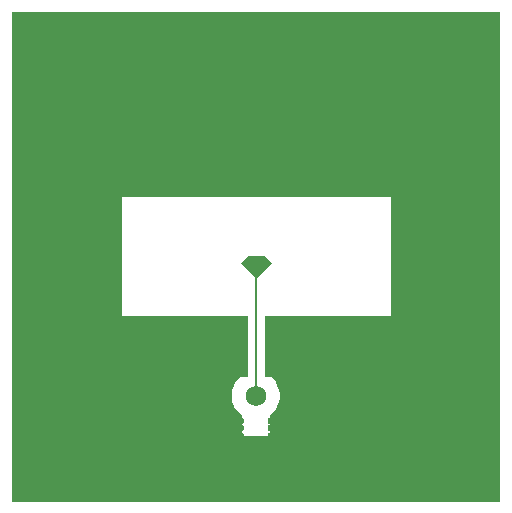
<source format=gbr>
G04 #@! TF.FileFunction,Copper,L1,Top,Signal*
%FSLAX46Y46*%
G04 Gerber Fmt 4.6, Leading zero omitted, Abs format (unit mm)*
G04 Created by KiCad (PCBNEW 4.0.7+dfsg1-1ubuntu2) date Wed May 29 08:14:44 2019*
%MOMM*%
%LPD*%
G01*
G04 APERTURE LIST*
%ADD10C,0.100000*%
%ADD11C,7.000000*%
%ADD12R,2.350000X1.910000*%
%ADD13R,1.510000X7.110000*%
%ADD14C,1.730000*%
%ADD15C,0.600000*%
%ADD16C,0.250000*%
%ADD17C,0.152400*%
%ADD18C,0.025400*%
G04 APERTURE END LIST*
D10*
D11*
X169164000Y-101854000D03*
X169164000Y-70866000D03*
X138176000Y-70866000D03*
X138176000Y-101854000D03*
D10*
G36*
X156861866Y-98128683D02*
X155922174Y-98470703D01*
X155238134Y-96591317D01*
X156177826Y-96249297D01*
X156861866Y-98128683D01*
X156861866Y-98128683D01*
G37*
G36*
X156177826Y-100170703D02*
X155238134Y-99828683D01*
X155922174Y-97949297D01*
X156861866Y-98291317D01*
X156177826Y-100170703D01*
X156177826Y-100170703D01*
G37*
G36*
X151417826Y-98470703D02*
X150478134Y-98128683D01*
X151162174Y-96249297D01*
X152101866Y-96591317D01*
X151417826Y-98470703D01*
X151417826Y-98470703D01*
G37*
G36*
X152101866Y-99828683D02*
X151162174Y-100170703D01*
X150478134Y-98291317D01*
X151417826Y-97949297D01*
X152101866Y-99828683D01*
X152101866Y-99828683D01*
G37*
G36*
X155962719Y-96824883D02*
X155641325Y-97207905D01*
X154875281Y-96565117D01*
X155196675Y-96182095D01*
X155962719Y-96824883D01*
X155962719Y-96824883D01*
G37*
G36*
X155196675Y-100237905D02*
X154875281Y-99854883D01*
X155641325Y-99212095D01*
X155962719Y-99595117D01*
X155196675Y-100237905D01*
X155196675Y-100237905D01*
G37*
G36*
X151698675Y-97207905D02*
X151377281Y-96824883D01*
X152143325Y-96182095D01*
X152464719Y-96565117D01*
X151698675Y-97207905D01*
X151698675Y-97207905D01*
G37*
G36*
X152464719Y-99854883D02*
X152143325Y-100237905D01*
X151377281Y-99595117D01*
X151698675Y-99212095D01*
X152464719Y-99854883D01*
X152464719Y-99854883D01*
G37*
D12*
X156050000Y-95610000D03*
D13*
X156470000Y-98210000D03*
D12*
X156050000Y-100810000D03*
X151290000Y-95610000D03*
D14*
X153670000Y-98210000D03*
D13*
X150870000Y-98210000D03*
D12*
X151290000Y-100810000D03*
D15*
X158115000Y-101600000D03*
X158115000Y-100965000D03*
X158115000Y-100330000D03*
X158115000Y-99695000D03*
X158115000Y-99060000D03*
X158115000Y-98425000D03*
X158115000Y-97790000D03*
X158115000Y-97155000D03*
X158115000Y-96520000D03*
X158115000Y-95885000D03*
X158115000Y-95250000D03*
X158115000Y-94615000D03*
X157480000Y-102235000D03*
X156845000Y-102235000D03*
X156210000Y-102235000D03*
X155575000Y-102235000D03*
X154940000Y-102235000D03*
X154305000Y-102235000D03*
X153670000Y-102235000D03*
X153035000Y-102235000D03*
X152400000Y-102235000D03*
X151765000Y-102235000D03*
X151130000Y-102235000D03*
X150495000Y-102235000D03*
X149860000Y-102235000D03*
X149225000Y-101600000D03*
X149225000Y-100965000D03*
X149225000Y-100330000D03*
X149225000Y-99695000D03*
X149225000Y-99060000D03*
X149225000Y-98425000D03*
X149225000Y-97790000D03*
X149225000Y-97155000D03*
X149225000Y-96520000D03*
X149225000Y-95885000D03*
X149225000Y-95250000D03*
X149225000Y-94615000D03*
X140335000Y-91440000D03*
X140970000Y-91440000D03*
X141605000Y-91440000D03*
X140335000Y-90805000D03*
X140970000Y-90805000D03*
X141605000Y-90805000D03*
X140335000Y-90170000D03*
X140970000Y-90170000D03*
X141605000Y-90170000D03*
X140335000Y-89535000D03*
X140970000Y-89535000D03*
X141605000Y-89535000D03*
X140335000Y-88900000D03*
X140970000Y-88900000D03*
X141605000Y-88900000D03*
X140335000Y-88265000D03*
X140970000Y-88265000D03*
X141605000Y-88265000D03*
X140335000Y-87630000D03*
X140970000Y-87630000D03*
X141605000Y-87630000D03*
X140335000Y-86995000D03*
X140970000Y-86995000D03*
X141605000Y-86995000D03*
X140335000Y-86360000D03*
X140970000Y-86360000D03*
X141605000Y-86360000D03*
X140335000Y-85725000D03*
X140970000Y-85725000D03*
X141605000Y-85725000D03*
X140335000Y-85090000D03*
X140970000Y-85090000D03*
X141605000Y-85090000D03*
X140335000Y-84455000D03*
X140970000Y-84455000D03*
X141605000Y-84455000D03*
X140335000Y-83820000D03*
X140970000Y-83820000D03*
X141605000Y-83820000D03*
X140335000Y-83185000D03*
X140970000Y-83185000D03*
X141605000Y-83185000D03*
X140335000Y-82550000D03*
X140970000Y-82550000D03*
X141605000Y-82550000D03*
X140335000Y-81915000D03*
X140970000Y-81915000D03*
X141605000Y-81915000D03*
X140335000Y-81280000D03*
X140970000Y-81280000D03*
X141605000Y-81280000D03*
X140335000Y-80645000D03*
X140970000Y-80645000D03*
X140335000Y-80645000D03*
X140970000Y-80645000D03*
X140335000Y-80010000D03*
X140970000Y-79375000D03*
X141605000Y-79375000D03*
X142240000Y-79375000D03*
X142875000Y-79375000D03*
X143510000Y-79375000D03*
X144145000Y-79375000D03*
X144780000Y-79375000D03*
X145415000Y-79375000D03*
X146050000Y-79375000D03*
X146685000Y-79375000D03*
X147320000Y-79375000D03*
X147955000Y-79375000D03*
X148590000Y-79375000D03*
X149225000Y-79375000D03*
X149860000Y-79375000D03*
X150495000Y-79375000D03*
X151130000Y-79375000D03*
X151765000Y-79375000D03*
X152400000Y-79375000D03*
X153035000Y-79375000D03*
X153670000Y-79375000D03*
X154305000Y-79375000D03*
X154940000Y-79375000D03*
X155575000Y-79375000D03*
X156210000Y-79375000D03*
X156845000Y-79375000D03*
X157480000Y-79375000D03*
X158115000Y-79375000D03*
X158750000Y-79375000D03*
X159385000Y-79375000D03*
X160020000Y-79375000D03*
X160655000Y-79375000D03*
X161290000Y-79375000D03*
X161925000Y-79375000D03*
X162560000Y-79375000D03*
X163195000Y-79375000D03*
X163830000Y-79375000D03*
X164465000Y-79375000D03*
X165100000Y-79375000D03*
X165735000Y-79375000D03*
X141605000Y-80010000D03*
X142240000Y-80010000D03*
X142875000Y-80010000D03*
X143510000Y-80010000D03*
X144145000Y-80010000D03*
X144780000Y-80010000D03*
X145415000Y-80010000D03*
X146050000Y-80010000D03*
X146685000Y-80010000D03*
X147320000Y-80010000D03*
X147955000Y-80010000D03*
X148590000Y-80010000D03*
X149225000Y-80010000D03*
X149860000Y-80010000D03*
X150495000Y-80010000D03*
X151130000Y-80010000D03*
X151765000Y-80010000D03*
X152400000Y-80010000D03*
X153035000Y-80010000D03*
X153670000Y-80010000D03*
X154305000Y-80010000D03*
X154940000Y-80010000D03*
X155575000Y-80010000D03*
X156210000Y-80010000D03*
X156845000Y-80010000D03*
X157480000Y-80010000D03*
X158115000Y-80010000D03*
X158750000Y-80010000D03*
X159385000Y-80010000D03*
X160020000Y-80010000D03*
X160655000Y-80010000D03*
X161290000Y-80010000D03*
X161925000Y-80010000D03*
X162560000Y-80010000D03*
X163195000Y-80010000D03*
X163830000Y-80010000D03*
X164465000Y-80010000D03*
X165100000Y-80010000D03*
X165735000Y-80010000D03*
X142240000Y-80645000D03*
X142875000Y-80645000D03*
X143510000Y-80645000D03*
X144145000Y-80645000D03*
X144780000Y-80645000D03*
X145415000Y-80645000D03*
X146050000Y-80645000D03*
X146685000Y-80645000D03*
X147320000Y-80645000D03*
X147955000Y-80645000D03*
X148590000Y-80645000D03*
X149225000Y-80645000D03*
X149860000Y-80645000D03*
X150495000Y-80645000D03*
X151130000Y-80645000D03*
X151765000Y-80645000D03*
X152400000Y-80645000D03*
X153035000Y-80645000D03*
X153670000Y-80645000D03*
X154305000Y-80645000D03*
X154940000Y-80645000D03*
X155575000Y-80645000D03*
X156210000Y-80645000D03*
X156845000Y-80645000D03*
X157480000Y-80645000D03*
X158115000Y-80645000D03*
X158750000Y-80645000D03*
X159385000Y-80645000D03*
X160020000Y-80645000D03*
X160655000Y-80645000D03*
X161290000Y-80645000D03*
X161925000Y-80645000D03*
X162560000Y-80645000D03*
X163195000Y-80645000D03*
X163830000Y-80645000D03*
X164465000Y-80645000D03*
X165100000Y-80645000D03*
X167005000Y-80010000D03*
X166370000Y-79375000D03*
X167005000Y-80645000D03*
X166370000Y-80645000D03*
X167005000Y-81280000D03*
X166370000Y-81280000D03*
X165735000Y-81280000D03*
X167005000Y-81915000D03*
X166370000Y-81915000D03*
X165735000Y-81915000D03*
X167005000Y-82550000D03*
X166370000Y-82550000D03*
X165735000Y-82550000D03*
X167005000Y-83185000D03*
X166370000Y-83185000D03*
X165735000Y-83185000D03*
X167005000Y-83820000D03*
X166370000Y-83820000D03*
X165735000Y-83820000D03*
X167005000Y-84455000D03*
X166370000Y-84455000D03*
X165735000Y-84455000D03*
X167005000Y-85090000D03*
X166370000Y-85090000D03*
X165735000Y-85090000D03*
X167005000Y-85725000D03*
X166370000Y-85725000D03*
X165735000Y-85725000D03*
X167005000Y-86360000D03*
X166370000Y-86360000D03*
X165735000Y-86360000D03*
X167005000Y-86995000D03*
X166370000Y-86995000D03*
X165735000Y-86995000D03*
X167005000Y-87630000D03*
X166370000Y-87630000D03*
X165735000Y-87630000D03*
X167005000Y-88265000D03*
X166370000Y-88265000D03*
X165735000Y-88265000D03*
X167005000Y-88900000D03*
X166370000Y-88900000D03*
X165735000Y-88900000D03*
X167005000Y-89535000D03*
X166370000Y-89535000D03*
X165735000Y-89535000D03*
X167005000Y-90170000D03*
X166370000Y-90170000D03*
X165735000Y-90170000D03*
X167005000Y-90805000D03*
X166370000Y-90805000D03*
X165735000Y-90805000D03*
X167005000Y-91440000D03*
X166370000Y-91440000D03*
X165735000Y-91440000D03*
X167005000Y-92075000D03*
X166370000Y-92075000D03*
X149860000Y-93980000D03*
X150495000Y-93980000D03*
X151765000Y-93980000D03*
X157480000Y-93980000D03*
X156845000Y-93980000D03*
X154940000Y-93980000D03*
X167005000Y-92075000D03*
X166370000Y-92075000D03*
X165100000Y-92075000D03*
X164465000Y-92075000D03*
X163830000Y-92075000D03*
X163195000Y-92075000D03*
X162560000Y-92075000D03*
X161925000Y-92075000D03*
X161290000Y-92075000D03*
X160655000Y-92075000D03*
X160020000Y-92075000D03*
X159385000Y-92075000D03*
X158750000Y-92075000D03*
X158115000Y-92075000D03*
X157480000Y-92075000D03*
X156845000Y-92075000D03*
X156210000Y-92075000D03*
X155575000Y-92075000D03*
X167005000Y-92710000D03*
X165735000Y-92710000D03*
X165100000Y-92710000D03*
X164465000Y-92710000D03*
X163830000Y-92710000D03*
X163195000Y-92710000D03*
X162560000Y-92710000D03*
X161925000Y-92710000D03*
X161290000Y-92710000D03*
X160655000Y-92710000D03*
X160020000Y-92710000D03*
X159385000Y-92710000D03*
X158750000Y-92710000D03*
X158115000Y-92710000D03*
X157480000Y-92710000D03*
X156845000Y-92710000D03*
X156210000Y-92710000D03*
X154940000Y-92710000D03*
X166370000Y-93345000D03*
X165735000Y-93345000D03*
X165100000Y-93345000D03*
X164465000Y-93345000D03*
X163830000Y-93345000D03*
X163195000Y-93345000D03*
X162560000Y-93345000D03*
X161925000Y-93345000D03*
X161290000Y-93345000D03*
X160655000Y-93345000D03*
X160020000Y-93345000D03*
X159385000Y-93345000D03*
X158750000Y-93345000D03*
X158115000Y-93345000D03*
X157480000Y-93345000D03*
X156845000Y-93345000D03*
X154940000Y-93345000D03*
X140335000Y-92075000D03*
X140970000Y-92075000D03*
X142240000Y-92075000D03*
X142875000Y-92075000D03*
X143510000Y-92075000D03*
X144145000Y-92075000D03*
X144780000Y-92075000D03*
X145415000Y-92075000D03*
X146050000Y-92075000D03*
X146685000Y-92075000D03*
X147320000Y-92075000D03*
X147955000Y-92075000D03*
X148590000Y-92075000D03*
X149225000Y-92075000D03*
X149860000Y-92075000D03*
X150495000Y-92075000D03*
X151130000Y-92075000D03*
X151765000Y-92075000D03*
X140335000Y-92710000D03*
X141605000Y-92710000D03*
X142240000Y-92710000D03*
X142875000Y-92710000D03*
X143510000Y-92710000D03*
X144145000Y-92710000D03*
X144780000Y-92710000D03*
X145415000Y-92710000D03*
X146050000Y-92710000D03*
X146685000Y-92710000D03*
X147320000Y-92710000D03*
X147955000Y-92710000D03*
X148590000Y-92710000D03*
X149225000Y-92710000D03*
X149860000Y-92710000D03*
X150495000Y-92710000D03*
X151130000Y-92710000D03*
X152400000Y-92710000D03*
X140970000Y-93345000D03*
X141605000Y-93345000D03*
X142240000Y-93345000D03*
X142875000Y-93345000D03*
X143510000Y-93345000D03*
X144145000Y-93345000D03*
X144780000Y-93345000D03*
X145415000Y-93345000D03*
X146050000Y-93345000D03*
X146685000Y-93345000D03*
X147320000Y-93345000D03*
X147955000Y-93345000D03*
X148590000Y-93345000D03*
X149225000Y-93345000D03*
X149860000Y-93345000D03*
X150495000Y-93345000D03*
X151765000Y-93345000D03*
X152400000Y-93345000D03*
X152400000Y-93980000D03*
X154940000Y-101600000D03*
X154940000Y-100965000D03*
X154940000Y-100330000D03*
X152400000Y-100330000D03*
X152400000Y-100965000D03*
X152400000Y-101600000D03*
X154940000Y-95885000D03*
X154940000Y-95250000D03*
X152400000Y-95885000D03*
X152400000Y-95250000D03*
X158115000Y-102235000D03*
X149225000Y-102235000D03*
X140970000Y-80010000D03*
X140335000Y-79375000D03*
X141605000Y-80645000D03*
X167005000Y-79375000D03*
X166370000Y-80010000D03*
X165735000Y-80645000D03*
X149225000Y-93980000D03*
X151130000Y-93980000D03*
X158115000Y-93980000D03*
X156210000Y-93980000D03*
X155575000Y-93980000D03*
X154940000Y-94615000D03*
X165735000Y-92075000D03*
X154940000Y-92075000D03*
X166370000Y-92710000D03*
X155575000Y-92710000D03*
X167005000Y-93345000D03*
X156210000Y-93345000D03*
X155575000Y-93345000D03*
X141605000Y-92075000D03*
X152400000Y-92075000D03*
X140970000Y-92710000D03*
X151765000Y-92710000D03*
X140335000Y-93345000D03*
X151130000Y-93345000D03*
X152400000Y-94615000D03*
D16*
X158115000Y-93980000D02*
X156210000Y-93980000D01*
X158115000Y-102235000D02*
X158115000Y-93980000D01*
X149225000Y-102235000D02*
X158115000Y-102235000D01*
X149225000Y-93980000D02*
X149225000Y-102235000D01*
X151130000Y-93980000D02*
X151130000Y-93345000D01*
X151130000Y-94615000D02*
X151130000Y-93980000D01*
X151130000Y-93980000D02*
X149225000Y-93980000D01*
X156210000Y-93980000D02*
X156210000Y-94615000D01*
X156210000Y-93345000D02*
X156210000Y-93980000D01*
X167005000Y-93345000D02*
X156210000Y-93345000D01*
X167005000Y-79375000D02*
X167005000Y-93345000D01*
X140335000Y-79375000D02*
X167005000Y-79375000D01*
X140335000Y-93345000D02*
X140335000Y-79375000D01*
X151130000Y-93345000D02*
X140335000Y-93345000D01*
X150870000Y-94875000D02*
X151130000Y-94615000D01*
X150870000Y-98210000D02*
X150870000Y-94875000D01*
X155575000Y-93980000D02*
X155575000Y-94615000D01*
X155575000Y-93345000D02*
X155575000Y-93980000D01*
X155575000Y-92710000D02*
X155575000Y-93345000D01*
X166370000Y-92710000D02*
X155575000Y-92710000D01*
X166370000Y-80010000D02*
X166370000Y-92710000D01*
X140970000Y-80010000D02*
X166370000Y-80010000D01*
X140970000Y-92710000D02*
X140970000Y-80010000D01*
X151765000Y-92710000D02*
X140970000Y-92710000D01*
X151765000Y-94615000D02*
X151765000Y-92710000D01*
X151290000Y-95090000D02*
X151765000Y-94615000D01*
X151290000Y-97790000D02*
X151290000Y-95090000D01*
X150870000Y-98210000D02*
X151290000Y-97790000D01*
X141605000Y-80645000D02*
X165735000Y-80645000D01*
X154940000Y-92075000D02*
X154940000Y-94615000D01*
X156050000Y-97790000D02*
X156470000Y-98210000D01*
X152400000Y-92075000D02*
X141605000Y-92075000D01*
X152400000Y-94615000D02*
X152400000Y-92075000D01*
X165735000Y-80645000D02*
X165735000Y-92075000D01*
X141605000Y-92075000D02*
X141605000Y-80645000D01*
X151290000Y-95725000D02*
X152400000Y-94615000D01*
X151290000Y-97790000D02*
X151290000Y-95725000D01*
X156050000Y-94775000D02*
X156050000Y-97790000D01*
X165735000Y-92075000D02*
X154940000Y-92075000D01*
D17*
X153670000Y-98210000D02*
X153670000Y-87270000D01*
D18*
X154302084Y-86370356D02*
X153042604Y-86370356D01*
X154352884Y-86421156D02*
X152991804Y-86421156D01*
X154403684Y-86471956D02*
X152941004Y-86471956D01*
X154454484Y-86522756D02*
X152890204Y-86522756D01*
X154505284Y-86573556D02*
X152839404Y-86573556D01*
X154556084Y-86624356D02*
X152788604Y-86624356D01*
X154606884Y-86675156D02*
X152737804Y-86675156D01*
X154657684Y-86725956D02*
X152687004Y-86725956D01*
X154708484Y-86776756D02*
X152636204Y-86776756D01*
X154759284Y-86827556D02*
X152585404Y-86827556D01*
X154810084Y-86878356D02*
X152534604Y-86878356D01*
X154860884Y-86929156D02*
X152483804Y-86929156D01*
X154911684Y-86979956D02*
X152433004Y-86979956D01*
X154886284Y-87030756D02*
X152458404Y-87030756D01*
X154835484Y-87081556D02*
X152509204Y-87081556D01*
X154784684Y-87132356D02*
X152560004Y-87132356D01*
X154733884Y-87183156D02*
X152610804Y-87183156D01*
X154683084Y-87233956D02*
X152661604Y-87233956D01*
X154632284Y-87284756D02*
X152712404Y-87284756D01*
X154581484Y-87335556D02*
X152763204Y-87335556D01*
X154530684Y-87386356D02*
X152814004Y-87386356D01*
X154479884Y-87437156D02*
X152864804Y-87437156D01*
X154429084Y-87487956D02*
X152915604Y-87487956D01*
X154378284Y-87538756D02*
X152966404Y-87538756D01*
X154327484Y-87589556D02*
X153017204Y-87589556D01*
X154276684Y-87640356D02*
X153068004Y-87640356D01*
X154225884Y-87691156D02*
X153118804Y-87691156D01*
X154175084Y-87741956D02*
X153169604Y-87741956D01*
X154124284Y-87792756D02*
X153220404Y-87792756D01*
X154073484Y-87843556D02*
X153271204Y-87843556D01*
X154022684Y-87894356D02*
X153322004Y-87894356D01*
X153971884Y-87945156D02*
X153372804Y-87945156D01*
X153921084Y-87995956D02*
X153423604Y-87995956D01*
X153870284Y-88046756D02*
X153474404Y-88046756D01*
X153819484Y-88097556D02*
X153525204Y-88097556D01*
X153768684Y-88148356D02*
X153576004Y-88148356D01*
X153717884Y-88199156D02*
X153626804Y-88199156D01*
X154924384Y-86992656D02*
X153672344Y-88244696D01*
X152420304Y-86992656D01*
X153042604Y-86370356D01*
X154302084Y-86370356D01*
X154924384Y-86992656D01*
X174280760Y-65749240D02*
X133059240Y-65749240D01*
X174280760Y-65800040D02*
X133059240Y-65800040D01*
X174280760Y-65850840D02*
X133059240Y-65850840D01*
X174280760Y-65901640D02*
X133059240Y-65901640D01*
X174280760Y-65952440D02*
X133059240Y-65952440D01*
X174280760Y-66003240D02*
X133059240Y-66003240D01*
X174280760Y-66054040D02*
X133059240Y-66054040D01*
X174280760Y-66104840D02*
X133059240Y-66104840D01*
X174280760Y-66155640D02*
X133059240Y-66155640D01*
X174280760Y-66206440D02*
X133059240Y-66206440D01*
X174280760Y-66257240D02*
X133059240Y-66257240D01*
X174280760Y-66308040D02*
X133059240Y-66308040D01*
X174280760Y-66358840D02*
X133059240Y-66358840D01*
X174280760Y-66409640D02*
X133059240Y-66409640D01*
X174280760Y-66460440D02*
X133059240Y-66460440D01*
X174280760Y-66511240D02*
X133059240Y-66511240D01*
X174280760Y-66562040D02*
X133059240Y-66562040D01*
X174280760Y-66612840D02*
X133059240Y-66612840D01*
X174280760Y-66663640D02*
X133059240Y-66663640D01*
X174280760Y-66714440D02*
X133059240Y-66714440D01*
X174280760Y-66765240D02*
X133059240Y-66765240D01*
X174280760Y-66816040D02*
X133059240Y-66816040D01*
X174280760Y-66866840D02*
X133059240Y-66866840D01*
X174280760Y-66917640D02*
X133059240Y-66917640D01*
X174280760Y-66968440D02*
X133059240Y-66968440D01*
X174280760Y-67019240D02*
X133059240Y-67019240D01*
X174280760Y-67070040D02*
X133059240Y-67070040D01*
X174280760Y-67120840D02*
X133059240Y-67120840D01*
X174280760Y-67171640D02*
X133059240Y-67171640D01*
X174280760Y-67222440D02*
X133059240Y-67222440D01*
X174280760Y-67273240D02*
X133059240Y-67273240D01*
X174280760Y-67324040D02*
X133059240Y-67324040D01*
X174280760Y-67374840D02*
X133059240Y-67374840D01*
X174280760Y-67425640D02*
X133059240Y-67425640D01*
X174280760Y-67476440D02*
X133059240Y-67476440D01*
X174280760Y-67527240D02*
X133059240Y-67527240D01*
X174280760Y-67578040D02*
X133059240Y-67578040D01*
X174280760Y-67628840D02*
X133059240Y-67628840D01*
X174280760Y-67679640D02*
X133059240Y-67679640D01*
X174280760Y-67730440D02*
X133059240Y-67730440D01*
X174280760Y-67781240D02*
X133059240Y-67781240D01*
X174280760Y-67832040D02*
X133059240Y-67832040D01*
X174280760Y-67882840D02*
X133059240Y-67882840D01*
X174280760Y-67933640D02*
X133059240Y-67933640D01*
X174280760Y-67984440D02*
X133059240Y-67984440D01*
X174280760Y-68035240D02*
X133059240Y-68035240D01*
X174280760Y-68086040D02*
X133059240Y-68086040D01*
X174280760Y-68136840D02*
X133059240Y-68136840D01*
X174280760Y-68187640D02*
X133059240Y-68187640D01*
X174280760Y-68238440D02*
X133059240Y-68238440D01*
X174280760Y-68289240D02*
X133059240Y-68289240D01*
X174280760Y-68340040D02*
X133059240Y-68340040D01*
X174280760Y-68390840D02*
X133059240Y-68390840D01*
X174280760Y-68441640D02*
X133059240Y-68441640D01*
X174280760Y-68492440D02*
X133059240Y-68492440D01*
X174280760Y-68543240D02*
X133059240Y-68543240D01*
X174280760Y-68594040D02*
X133059240Y-68594040D01*
X174280760Y-68644840D02*
X133059240Y-68644840D01*
X174280760Y-68695640D02*
X133059240Y-68695640D01*
X174280760Y-68746440D02*
X133059240Y-68746440D01*
X174280760Y-68797240D02*
X133059240Y-68797240D01*
X174280760Y-68848040D02*
X133059240Y-68848040D01*
X174280760Y-68898840D02*
X133059240Y-68898840D01*
X174280760Y-68949640D02*
X133059240Y-68949640D01*
X174280760Y-69000440D02*
X133059240Y-69000440D01*
X174280760Y-69051240D02*
X133059240Y-69051240D01*
X174280760Y-69102040D02*
X133059240Y-69102040D01*
X174280760Y-69152840D02*
X133059240Y-69152840D01*
X174280760Y-69203640D02*
X133059240Y-69203640D01*
X174280760Y-69254440D02*
X133059240Y-69254440D01*
X174280760Y-69305240D02*
X133059240Y-69305240D01*
X174280760Y-69356040D02*
X133059240Y-69356040D01*
X174280760Y-69406840D02*
X133059240Y-69406840D01*
X174280760Y-69457640D02*
X133059240Y-69457640D01*
X174280760Y-69508440D02*
X133059240Y-69508440D01*
X174280760Y-69559240D02*
X133059240Y-69559240D01*
X174280760Y-69610040D02*
X133059240Y-69610040D01*
X174280760Y-69660840D02*
X133059240Y-69660840D01*
X174280760Y-69711640D02*
X133059240Y-69711640D01*
X174280760Y-69762440D02*
X133059240Y-69762440D01*
X174280760Y-69813240D02*
X133059240Y-69813240D01*
X174280760Y-69864040D02*
X133059240Y-69864040D01*
X174280760Y-69914840D02*
X133059240Y-69914840D01*
X174280760Y-69965640D02*
X133059240Y-69965640D01*
X174280760Y-70016440D02*
X133059240Y-70016440D01*
X174280760Y-70067240D02*
X133059240Y-70067240D01*
X174280760Y-70118040D02*
X133059240Y-70118040D01*
X174280760Y-70168840D02*
X133059240Y-70168840D01*
X174280760Y-70219640D02*
X133059240Y-70219640D01*
X174280760Y-70270440D02*
X133059240Y-70270440D01*
X174280760Y-70321240D02*
X133059240Y-70321240D01*
X174280760Y-70372040D02*
X133059240Y-70372040D01*
X174280760Y-70422840D02*
X133059240Y-70422840D01*
X174280760Y-70473640D02*
X133059240Y-70473640D01*
X174280760Y-70524440D02*
X133059240Y-70524440D01*
X174280760Y-70575240D02*
X133059240Y-70575240D01*
X174280760Y-70626040D02*
X133059240Y-70626040D01*
X174280760Y-70676840D02*
X133059240Y-70676840D01*
X174280760Y-70727640D02*
X133059240Y-70727640D01*
X174280760Y-70778440D02*
X133059240Y-70778440D01*
X174280760Y-70829240D02*
X133059240Y-70829240D01*
X174280760Y-70880040D02*
X133059240Y-70880040D01*
X174280760Y-70930840D02*
X133059240Y-70930840D01*
X174280760Y-70981640D02*
X133059240Y-70981640D01*
X174280760Y-71032440D02*
X133059240Y-71032440D01*
X174280760Y-71083240D02*
X133059240Y-71083240D01*
X174280760Y-71134040D02*
X133059240Y-71134040D01*
X174280760Y-71184840D02*
X133059240Y-71184840D01*
X174280760Y-71235640D02*
X133059240Y-71235640D01*
X174280760Y-71286440D02*
X133059240Y-71286440D01*
X174280760Y-71337240D02*
X133059240Y-71337240D01*
X174280760Y-71388040D02*
X133059240Y-71388040D01*
X174280760Y-71438840D02*
X133059240Y-71438840D01*
X174280760Y-71489640D02*
X133059240Y-71489640D01*
X174280760Y-71540440D02*
X133059240Y-71540440D01*
X174280760Y-71591240D02*
X133059240Y-71591240D01*
X174280760Y-71642040D02*
X133059240Y-71642040D01*
X174280760Y-71692840D02*
X133059240Y-71692840D01*
X174280760Y-71743640D02*
X133059240Y-71743640D01*
X174280760Y-71794440D02*
X133059240Y-71794440D01*
X174280760Y-71845240D02*
X133059240Y-71845240D01*
X174280760Y-71896040D02*
X133059240Y-71896040D01*
X174280760Y-71946840D02*
X133059240Y-71946840D01*
X174280760Y-71997640D02*
X133059240Y-71997640D01*
X174280760Y-72048440D02*
X133059240Y-72048440D01*
X174280760Y-72099240D02*
X133059240Y-72099240D01*
X174280760Y-72150040D02*
X133059240Y-72150040D01*
X174280760Y-72200840D02*
X133059240Y-72200840D01*
X174280760Y-72251640D02*
X133059240Y-72251640D01*
X174280760Y-72302440D02*
X133059240Y-72302440D01*
X174280760Y-72353240D02*
X133059240Y-72353240D01*
X174280760Y-72404040D02*
X133059240Y-72404040D01*
X174280760Y-72454840D02*
X133059240Y-72454840D01*
X174280760Y-72505640D02*
X133059240Y-72505640D01*
X174280760Y-72556440D02*
X133059240Y-72556440D01*
X174280760Y-72607240D02*
X133059240Y-72607240D01*
X174280760Y-72658040D02*
X133059240Y-72658040D01*
X174280760Y-72708840D02*
X133059240Y-72708840D01*
X174280760Y-72759640D02*
X133059240Y-72759640D01*
X174280760Y-72810440D02*
X133059240Y-72810440D01*
X174280760Y-72861240D02*
X133059240Y-72861240D01*
X174280760Y-72912040D02*
X133059240Y-72912040D01*
X174280760Y-72962840D02*
X133059240Y-72962840D01*
X174280760Y-73013640D02*
X133059240Y-73013640D01*
X174280760Y-73064440D02*
X133059240Y-73064440D01*
X174280760Y-73115240D02*
X133059240Y-73115240D01*
X174280760Y-73166040D02*
X133059240Y-73166040D01*
X174280760Y-73216840D02*
X133059240Y-73216840D01*
X174280760Y-73267640D02*
X133059240Y-73267640D01*
X174280760Y-73318440D02*
X133059240Y-73318440D01*
X174280760Y-73369240D02*
X133059240Y-73369240D01*
X174280760Y-73420040D02*
X133059240Y-73420040D01*
X174280760Y-73470840D02*
X133059240Y-73470840D01*
X174280760Y-73521640D02*
X133059240Y-73521640D01*
X174280760Y-73572440D02*
X133059240Y-73572440D01*
X174280760Y-73623240D02*
X133059240Y-73623240D01*
X174280760Y-73674040D02*
X133059240Y-73674040D01*
X174280760Y-73724840D02*
X133059240Y-73724840D01*
X174280760Y-73775640D02*
X133059240Y-73775640D01*
X174280760Y-73826440D02*
X133059240Y-73826440D01*
X174280760Y-73877240D02*
X133059240Y-73877240D01*
X174280760Y-73928040D02*
X133059240Y-73928040D01*
X174280760Y-73978840D02*
X133059240Y-73978840D01*
X174280760Y-74029640D02*
X133059240Y-74029640D01*
X174280760Y-74080440D02*
X133059240Y-74080440D01*
X174280760Y-74131240D02*
X133059240Y-74131240D01*
X174280760Y-74182040D02*
X133059240Y-74182040D01*
X174280760Y-74232840D02*
X133059240Y-74232840D01*
X174280760Y-74283640D02*
X133059240Y-74283640D01*
X174280760Y-74334440D02*
X133059240Y-74334440D01*
X174280760Y-74385240D02*
X133059240Y-74385240D01*
X174280760Y-74436040D02*
X133059240Y-74436040D01*
X174280760Y-74486840D02*
X133059240Y-74486840D01*
X174280760Y-74537640D02*
X133059240Y-74537640D01*
X174280760Y-74588440D02*
X133059240Y-74588440D01*
X174280760Y-74639240D02*
X133059240Y-74639240D01*
X174280760Y-74690040D02*
X133059240Y-74690040D01*
X174280760Y-74740840D02*
X133059240Y-74740840D01*
X174280760Y-74791640D02*
X133059240Y-74791640D01*
X174280760Y-74842440D02*
X133059240Y-74842440D01*
X174280760Y-74893240D02*
X133059240Y-74893240D01*
X174280760Y-74944040D02*
X133059240Y-74944040D01*
X174280760Y-74994840D02*
X133059240Y-74994840D01*
X174280760Y-75045640D02*
X133059240Y-75045640D01*
X174280760Y-75096440D02*
X133059240Y-75096440D01*
X174280760Y-75147240D02*
X133059240Y-75147240D01*
X174280760Y-75198040D02*
X133059240Y-75198040D01*
X174280760Y-75248840D02*
X133059240Y-75248840D01*
X174280760Y-75299640D02*
X133059240Y-75299640D01*
X174280760Y-75350440D02*
X133059240Y-75350440D01*
X174280760Y-75401240D02*
X133059240Y-75401240D01*
X174280760Y-75452040D02*
X133059240Y-75452040D01*
X174280760Y-75502840D02*
X133059240Y-75502840D01*
X174280760Y-75553640D02*
X133059240Y-75553640D01*
X174280760Y-75604440D02*
X133059240Y-75604440D01*
X174280760Y-75655240D02*
X133059240Y-75655240D01*
X174280760Y-75706040D02*
X133059240Y-75706040D01*
X174280760Y-75756840D02*
X133059240Y-75756840D01*
X174280760Y-75807640D02*
X133059240Y-75807640D01*
X174280760Y-75858440D02*
X133059240Y-75858440D01*
X174280760Y-75909240D02*
X133059240Y-75909240D01*
X174280760Y-75960040D02*
X133059240Y-75960040D01*
X174280760Y-76010840D02*
X133059240Y-76010840D01*
X174280760Y-76061640D02*
X133059240Y-76061640D01*
X174280760Y-76112440D02*
X133059240Y-76112440D01*
X174280760Y-76163240D02*
X133059240Y-76163240D01*
X174280760Y-76214040D02*
X133059240Y-76214040D01*
X174280760Y-76264840D02*
X133059240Y-76264840D01*
X174280760Y-76315640D02*
X133059240Y-76315640D01*
X174280760Y-76366440D02*
X133059240Y-76366440D01*
X174280760Y-76417240D02*
X133059240Y-76417240D01*
X174280760Y-76468040D02*
X133059240Y-76468040D01*
X174280760Y-76518840D02*
X133059240Y-76518840D01*
X174280760Y-76569640D02*
X133059240Y-76569640D01*
X174280760Y-76620440D02*
X133059240Y-76620440D01*
X174280760Y-76671240D02*
X133059240Y-76671240D01*
X174280760Y-76722040D02*
X133059240Y-76722040D01*
X174280760Y-76772840D02*
X133059240Y-76772840D01*
X174280760Y-76823640D02*
X133059240Y-76823640D01*
X174280760Y-76874440D02*
X133059240Y-76874440D01*
X174280760Y-76925240D02*
X133059240Y-76925240D01*
X174280760Y-76976040D02*
X133059240Y-76976040D01*
X174280760Y-77026840D02*
X133059240Y-77026840D01*
X174280760Y-77077640D02*
X133059240Y-77077640D01*
X174280760Y-77128440D02*
X133059240Y-77128440D01*
X174280760Y-77179240D02*
X133059240Y-77179240D01*
X174280760Y-77230040D02*
X133059240Y-77230040D01*
X174280760Y-77280840D02*
X133059240Y-77280840D01*
X174280760Y-77331640D02*
X133059240Y-77331640D01*
X174280760Y-77382440D02*
X133059240Y-77382440D01*
X174280760Y-77433240D02*
X133059240Y-77433240D01*
X174280760Y-77484040D02*
X133059240Y-77484040D01*
X174280760Y-77534840D02*
X133059240Y-77534840D01*
X174280760Y-77585640D02*
X133059240Y-77585640D01*
X174280760Y-77636440D02*
X133059240Y-77636440D01*
X174280760Y-77687240D02*
X133059240Y-77687240D01*
X174280760Y-77738040D02*
X133059240Y-77738040D01*
X174280760Y-77788840D02*
X133059240Y-77788840D01*
X174280760Y-77839640D02*
X133059240Y-77839640D01*
X174280760Y-77890440D02*
X133059240Y-77890440D01*
X174280760Y-77941240D02*
X133059240Y-77941240D01*
X174280760Y-77992040D02*
X133059240Y-77992040D01*
X174280760Y-78042840D02*
X133059240Y-78042840D01*
X174280760Y-78093640D02*
X133059240Y-78093640D01*
X174280760Y-78144440D02*
X133059240Y-78144440D01*
X174280760Y-78195240D02*
X133059240Y-78195240D01*
X174280760Y-78246040D02*
X133059240Y-78246040D01*
X174280760Y-78296840D02*
X133059240Y-78296840D01*
X174280760Y-78347640D02*
X133059240Y-78347640D01*
X174280760Y-78398440D02*
X133059240Y-78398440D01*
X174280760Y-78449240D02*
X133059240Y-78449240D01*
X174280760Y-78500040D02*
X133059240Y-78500040D01*
X174280760Y-78550840D02*
X133059240Y-78550840D01*
X174280760Y-78601640D02*
X133059240Y-78601640D01*
X174280760Y-78652440D02*
X133059240Y-78652440D01*
X174280760Y-78703240D02*
X133059240Y-78703240D01*
X174280760Y-78754040D02*
X133059240Y-78754040D01*
X174280760Y-78804840D02*
X133059240Y-78804840D01*
X174280760Y-78855640D02*
X133059240Y-78855640D01*
X174280760Y-78906440D02*
X133059240Y-78906440D01*
X174280760Y-78957240D02*
X133059240Y-78957240D01*
X174280760Y-79008040D02*
X133059240Y-79008040D01*
X174280760Y-79058840D02*
X133059240Y-79058840D01*
X174280760Y-79109640D02*
X133059240Y-79109640D01*
X174280760Y-79160440D02*
X133059240Y-79160440D01*
X174280760Y-79211240D02*
X133059240Y-79211240D01*
X174280760Y-79262040D02*
X133059240Y-79262040D01*
X174280760Y-79312840D02*
X133059240Y-79312840D01*
X174280760Y-79363640D02*
X133059240Y-79363640D01*
X174280760Y-79414440D02*
X133059240Y-79414440D01*
X174280760Y-79465240D02*
X133059240Y-79465240D01*
X174280760Y-79516040D02*
X133059240Y-79516040D01*
X174280760Y-79566840D02*
X133059240Y-79566840D01*
X174280760Y-79617640D02*
X133059240Y-79617640D01*
X174280760Y-79668440D02*
X133059240Y-79668440D01*
X174280760Y-79719240D02*
X133059240Y-79719240D01*
X174280760Y-79770040D02*
X133059240Y-79770040D01*
X174280760Y-79820840D02*
X133059240Y-79820840D01*
X174280760Y-79871640D02*
X133059240Y-79871640D01*
X174280760Y-79922440D02*
X133059240Y-79922440D01*
X174280760Y-79973240D02*
X133059240Y-79973240D01*
X174280760Y-80024040D02*
X133059240Y-80024040D01*
X174280760Y-80074840D02*
X133059240Y-80074840D01*
X174280760Y-80125640D02*
X133059240Y-80125640D01*
X174280760Y-80176440D02*
X133059240Y-80176440D01*
X174280760Y-80227240D02*
X133059240Y-80227240D01*
X174280760Y-80278040D02*
X133059240Y-80278040D01*
X174280760Y-80328840D02*
X133059240Y-80328840D01*
X174280760Y-80379640D02*
X133059240Y-80379640D01*
X174280760Y-80430440D02*
X133059240Y-80430440D01*
X174280760Y-80481240D02*
X133059240Y-80481240D01*
X174280760Y-80532040D02*
X133059240Y-80532040D01*
X174280760Y-80582840D02*
X133059240Y-80582840D01*
X174280760Y-80633640D02*
X133059240Y-80633640D01*
X174280760Y-80684440D02*
X133059240Y-80684440D01*
X174280760Y-80735240D02*
X133059240Y-80735240D01*
X174280760Y-80786040D02*
X133059240Y-80786040D01*
X174280760Y-80836840D02*
X133059240Y-80836840D01*
X174280760Y-80887640D02*
X133059240Y-80887640D01*
X174280760Y-80938440D02*
X133059240Y-80938440D01*
X174280760Y-80989240D02*
X133059240Y-80989240D01*
X174280760Y-81040040D02*
X133059240Y-81040040D01*
X174280760Y-81090840D02*
X133059240Y-81090840D01*
X174280760Y-81141640D02*
X133059240Y-81141640D01*
X174280760Y-81192440D02*
X133059240Y-81192440D01*
X174280760Y-81243240D02*
X133059240Y-81243240D01*
X142227300Y-81294040D02*
X133059240Y-81294040D01*
X174280760Y-81294040D02*
X165112700Y-81294040D01*
X142227300Y-81344840D02*
X133059240Y-81344840D01*
X174280760Y-81344840D02*
X165112700Y-81344840D01*
X142227300Y-81395640D02*
X133059240Y-81395640D01*
X174280760Y-81395640D02*
X165112700Y-81395640D01*
X142227300Y-81446440D02*
X133059240Y-81446440D01*
X174280760Y-81446440D02*
X165112700Y-81446440D01*
X142227300Y-81497240D02*
X133059240Y-81497240D01*
X174280760Y-81497240D02*
X165112700Y-81497240D01*
X142227300Y-81548040D02*
X133059240Y-81548040D01*
X174280760Y-81548040D02*
X165112700Y-81548040D01*
X142227300Y-81598840D02*
X133059240Y-81598840D01*
X174280760Y-81598840D02*
X165112700Y-81598840D01*
X142227300Y-81649640D02*
X133059240Y-81649640D01*
X174280760Y-81649640D02*
X165112700Y-81649640D01*
X142227300Y-81700440D02*
X133059240Y-81700440D01*
X174280760Y-81700440D02*
X165112700Y-81700440D01*
X142227300Y-81751240D02*
X133059240Y-81751240D01*
X174280760Y-81751240D02*
X165112700Y-81751240D01*
X142227300Y-81802040D02*
X133059240Y-81802040D01*
X174280760Y-81802040D02*
X165112700Y-81802040D01*
X142227300Y-81852840D02*
X133059240Y-81852840D01*
X174280760Y-81852840D02*
X165112700Y-81852840D01*
X142227300Y-81903640D02*
X133059240Y-81903640D01*
X174280760Y-81903640D02*
X165112700Y-81903640D01*
X142227300Y-81954440D02*
X133059240Y-81954440D01*
X174280760Y-81954440D02*
X165112700Y-81954440D01*
X142227300Y-82005240D02*
X133059240Y-82005240D01*
X174280760Y-82005240D02*
X165112700Y-82005240D01*
X142227300Y-82056040D02*
X133059240Y-82056040D01*
X174280760Y-82056040D02*
X165112700Y-82056040D01*
X142227300Y-82106840D02*
X133059240Y-82106840D01*
X174280760Y-82106840D02*
X165112700Y-82106840D01*
X142227300Y-82157640D02*
X133059240Y-82157640D01*
X174280760Y-82157640D02*
X165112700Y-82157640D01*
X142227300Y-82208440D02*
X133059240Y-82208440D01*
X174280760Y-82208440D02*
X165112700Y-82208440D01*
X142227300Y-82259240D02*
X133059240Y-82259240D01*
X174280760Y-82259240D02*
X165112700Y-82259240D01*
X142227300Y-82310040D02*
X133059240Y-82310040D01*
X174280760Y-82310040D02*
X165112700Y-82310040D01*
X142227300Y-82360840D02*
X133059240Y-82360840D01*
X174280760Y-82360840D02*
X165112700Y-82360840D01*
X142227300Y-82411640D02*
X133059240Y-82411640D01*
X174280760Y-82411640D02*
X165112700Y-82411640D01*
X142227300Y-82462440D02*
X133059240Y-82462440D01*
X174280760Y-82462440D02*
X165112700Y-82462440D01*
X142227300Y-82513240D02*
X133059240Y-82513240D01*
X174280760Y-82513240D02*
X165112700Y-82513240D01*
X142227300Y-82564040D02*
X133059240Y-82564040D01*
X174280760Y-82564040D02*
X165112700Y-82564040D01*
X142227300Y-82614840D02*
X133059240Y-82614840D01*
X174280760Y-82614840D02*
X165112700Y-82614840D01*
X142227300Y-82665640D02*
X133059240Y-82665640D01*
X174280760Y-82665640D02*
X165112700Y-82665640D01*
X142227300Y-82716440D02*
X133059240Y-82716440D01*
X174280760Y-82716440D02*
X165112700Y-82716440D01*
X142227300Y-82767240D02*
X133059240Y-82767240D01*
X174280760Y-82767240D02*
X165112700Y-82767240D01*
X142227300Y-82818040D02*
X133059240Y-82818040D01*
X174280760Y-82818040D02*
X165112700Y-82818040D01*
X142227300Y-82868840D02*
X133059240Y-82868840D01*
X174280760Y-82868840D02*
X165112700Y-82868840D01*
X142227300Y-82919640D02*
X133059240Y-82919640D01*
X174280760Y-82919640D02*
X165112700Y-82919640D01*
X142227300Y-82970440D02*
X133059240Y-82970440D01*
X174280760Y-82970440D02*
X165112700Y-82970440D01*
X142227300Y-83021240D02*
X133059240Y-83021240D01*
X174280760Y-83021240D02*
X165112700Y-83021240D01*
X142227300Y-83072040D02*
X133059240Y-83072040D01*
X174280760Y-83072040D02*
X165112700Y-83072040D01*
X142227300Y-83122840D02*
X133059240Y-83122840D01*
X174280760Y-83122840D02*
X165112700Y-83122840D01*
X142227300Y-83173640D02*
X133059240Y-83173640D01*
X174280760Y-83173640D02*
X165112700Y-83173640D01*
X142227300Y-83224440D02*
X133059240Y-83224440D01*
X174280760Y-83224440D02*
X165112700Y-83224440D01*
X142227300Y-83275240D02*
X133059240Y-83275240D01*
X174280760Y-83275240D02*
X165112700Y-83275240D01*
X142227300Y-83326040D02*
X133059240Y-83326040D01*
X174280760Y-83326040D02*
X165112700Y-83326040D01*
X142227300Y-83376840D02*
X133059240Y-83376840D01*
X174280760Y-83376840D02*
X165112700Y-83376840D01*
X142227300Y-83427640D02*
X133059240Y-83427640D01*
X174280760Y-83427640D02*
X165112700Y-83427640D01*
X142227300Y-83478440D02*
X133059240Y-83478440D01*
X174280760Y-83478440D02*
X165112700Y-83478440D01*
X142227300Y-83529240D02*
X133059240Y-83529240D01*
X174280760Y-83529240D02*
X165112700Y-83529240D01*
X142227300Y-83580040D02*
X133059240Y-83580040D01*
X174280760Y-83580040D02*
X165112700Y-83580040D01*
X142227300Y-83630840D02*
X133059240Y-83630840D01*
X174280760Y-83630840D02*
X165112700Y-83630840D01*
X142227300Y-83681640D02*
X133059240Y-83681640D01*
X174280760Y-83681640D02*
X165112700Y-83681640D01*
X142227300Y-83732440D02*
X133059240Y-83732440D01*
X174280760Y-83732440D02*
X165112700Y-83732440D01*
X142227300Y-83783240D02*
X133059240Y-83783240D01*
X174280760Y-83783240D02*
X165112700Y-83783240D01*
X142227300Y-83834040D02*
X133059240Y-83834040D01*
X174280760Y-83834040D02*
X165112700Y-83834040D01*
X142227300Y-83884840D02*
X133059240Y-83884840D01*
X174280760Y-83884840D02*
X165112700Y-83884840D01*
X142227300Y-83935640D02*
X133059240Y-83935640D01*
X174280760Y-83935640D02*
X165112700Y-83935640D01*
X142227300Y-83986440D02*
X133059240Y-83986440D01*
X174280760Y-83986440D02*
X165112700Y-83986440D01*
X142227300Y-84037240D02*
X133059240Y-84037240D01*
X174280760Y-84037240D02*
X165112700Y-84037240D01*
X142227300Y-84088040D02*
X133059240Y-84088040D01*
X174280760Y-84088040D02*
X165112700Y-84088040D01*
X142227300Y-84138840D02*
X133059240Y-84138840D01*
X174280760Y-84138840D02*
X165112700Y-84138840D01*
X142227300Y-84189640D02*
X133059240Y-84189640D01*
X174280760Y-84189640D02*
X165112700Y-84189640D01*
X142227300Y-84240440D02*
X133059240Y-84240440D01*
X174280760Y-84240440D02*
X165112700Y-84240440D01*
X142227300Y-84291240D02*
X133059240Y-84291240D01*
X174280760Y-84291240D02*
X165112700Y-84291240D01*
X142227300Y-84342040D02*
X133059240Y-84342040D01*
X174280760Y-84342040D02*
X165112700Y-84342040D01*
X142227300Y-84392840D02*
X133059240Y-84392840D01*
X174280760Y-84392840D02*
X165112700Y-84392840D01*
X142227300Y-84443640D02*
X133059240Y-84443640D01*
X174280760Y-84443640D02*
X165112700Y-84443640D01*
X142227300Y-84494440D02*
X133059240Y-84494440D01*
X174280760Y-84494440D02*
X165112700Y-84494440D01*
X142227300Y-84545240D02*
X133059240Y-84545240D01*
X174280760Y-84545240D02*
X165112700Y-84545240D01*
X142227300Y-84596040D02*
X133059240Y-84596040D01*
X174280760Y-84596040D02*
X165112700Y-84596040D01*
X142227300Y-84646840D02*
X133059240Y-84646840D01*
X174280760Y-84646840D02*
X165112700Y-84646840D01*
X142227300Y-84697640D02*
X133059240Y-84697640D01*
X174280760Y-84697640D02*
X165112700Y-84697640D01*
X142227300Y-84748440D02*
X133059240Y-84748440D01*
X174280760Y-84748440D02*
X165112700Y-84748440D01*
X142227300Y-84799240D02*
X133059240Y-84799240D01*
X174280760Y-84799240D02*
X165112700Y-84799240D01*
X142227300Y-84850040D02*
X133059240Y-84850040D01*
X174280760Y-84850040D02*
X165112700Y-84850040D01*
X142227300Y-84900840D02*
X133059240Y-84900840D01*
X174280760Y-84900840D02*
X165112700Y-84900840D01*
X142227300Y-84951640D02*
X133059240Y-84951640D01*
X174280760Y-84951640D02*
X165112700Y-84951640D01*
X142227300Y-85002440D02*
X133059240Y-85002440D01*
X174280760Y-85002440D02*
X165112700Y-85002440D01*
X142227300Y-85053240D02*
X133059240Y-85053240D01*
X174280760Y-85053240D02*
X165112700Y-85053240D01*
X142227300Y-85104040D02*
X133059240Y-85104040D01*
X174280760Y-85104040D02*
X165112700Y-85104040D01*
X142227300Y-85154840D02*
X133059240Y-85154840D01*
X174280760Y-85154840D02*
X165112700Y-85154840D01*
X142227300Y-85205640D02*
X133059240Y-85205640D01*
X174280760Y-85205640D02*
X165112700Y-85205640D01*
X142227300Y-85256440D02*
X133059240Y-85256440D01*
X174280760Y-85256440D02*
X165112700Y-85256440D01*
X142227300Y-85307240D02*
X133059240Y-85307240D01*
X174280760Y-85307240D02*
X165112700Y-85307240D01*
X142227300Y-85358040D02*
X133059240Y-85358040D01*
X174280760Y-85358040D02*
X165112700Y-85358040D01*
X142227300Y-85408840D02*
X133059240Y-85408840D01*
X174280760Y-85408840D02*
X165112700Y-85408840D01*
X142227300Y-85459640D02*
X133059240Y-85459640D01*
X174280760Y-85459640D02*
X165112700Y-85459640D01*
X142227300Y-85510440D02*
X133059240Y-85510440D01*
X174280760Y-85510440D02*
X165112700Y-85510440D01*
X142227300Y-85561240D02*
X133059240Y-85561240D01*
X174280760Y-85561240D02*
X165112700Y-85561240D01*
X142227300Y-85612040D02*
X133059240Y-85612040D01*
X174280760Y-85612040D02*
X165112700Y-85612040D01*
X142227300Y-85662840D02*
X133059240Y-85662840D01*
X174280760Y-85662840D02*
X165112700Y-85662840D01*
X142227300Y-85713640D02*
X133059240Y-85713640D01*
X174280760Y-85713640D02*
X165112700Y-85713640D01*
X142227300Y-85764440D02*
X133059240Y-85764440D01*
X174280760Y-85764440D02*
X165112700Y-85764440D01*
X142227300Y-85815240D02*
X133059240Y-85815240D01*
X174280760Y-85815240D02*
X165112700Y-85815240D01*
X142227300Y-85866040D02*
X133059240Y-85866040D01*
X174280760Y-85866040D02*
X165112700Y-85866040D01*
X142227300Y-85916840D02*
X133059240Y-85916840D01*
X174280760Y-85916840D02*
X165112700Y-85916840D01*
X142227300Y-85967640D02*
X133059240Y-85967640D01*
X174280760Y-85967640D02*
X165112700Y-85967640D01*
X142227300Y-86018440D02*
X133059240Y-86018440D01*
X174280760Y-86018440D02*
X165112700Y-86018440D01*
X142227300Y-86069240D02*
X133059240Y-86069240D01*
X174280760Y-86069240D02*
X165112700Y-86069240D01*
X142227300Y-86120040D02*
X133059240Y-86120040D01*
X174280760Y-86120040D02*
X165112700Y-86120040D01*
X142227300Y-86170840D02*
X133059240Y-86170840D01*
X174280760Y-86170840D02*
X165112700Y-86170840D01*
X142227300Y-86221640D02*
X133059240Y-86221640D01*
X174280760Y-86221640D02*
X165112700Y-86221640D01*
X142227300Y-86272440D02*
X133059240Y-86272440D01*
X174280760Y-86272440D02*
X165112700Y-86272440D01*
X142227300Y-86323240D02*
X133059240Y-86323240D01*
X174280760Y-86323240D02*
X165112700Y-86323240D01*
X142227300Y-86374040D02*
X133059240Y-86374040D01*
X174280760Y-86374040D02*
X165112700Y-86374040D01*
X142227300Y-86424840D02*
X133059240Y-86424840D01*
X174280760Y-86424840D02*
X165112700Y-86424840D01*
X142227300Y-86475640D02*
X133059240Y-86475640D01*
X174280760Y-86475640D02*
X165112700Y-86475640D01*
X142227300Y-86526440D02*
X133059240Y-86526440D01*
X174280760Y-86526440D02*
X165112700Y-86526440D01*
X142227300Y-86577240D02*
X133059240Y-86577240D01*
X174280760Y-86577240D02*
X165112700Y-86577240D01*
X142227300Y-86628040D02*
X133059240Y-86628040D01*
X174280760Y-86628040D02*
X165112700Y-86628040D01*
X142227300Y-86678840D02*
X133059240Y-86678840D01*
X174280760Y-86678840D02*
X165112700Y-86678840D01*
X142227300Y-86729640D02*
X133059240Y-86729640D01*
X174280760Y-86729640D02*
X165112700Y-86729640D01*
X142227300Y-86780440D02*
X133059240Y-86780440D01*
X174280760Y-86780440D02*
X165112700Y-86780440D01*
X142227300Y-86831240D02*
X133059240Y-86831240D01*
X174280760Y-86831240D02*
X165112700Y-86831240D01*
X142227300Y-86882040D02*
X133059240Y-86882040D01*
X174280760Y-86882040D02*
X165112700Y-86882040D01*
X142227300Y-86932840D02*
X133059240Y-86932840D01*
X174280760Y-86932840D02*
X165112700Y-86932840D01*
X142227300Y-86983640D02*
X133059240Y-86983640D01*
X174280760Y-86983640D02*
X165112700Y-86983640D01*
X142227300Y-87034440D02*
X133059240Y-87034440D01*
X174280760Y-87034440D02*
X165112700Y-87034440D01*
X142227300Y-87085240D02*
X133059240Y-87085240D01*
X174280760Y-87085240D02*
X165112700Y-87085240D01*
X142227300Y-87136040D02*
X133059240Y-87136040D01*
X174280760Y-87136040D02*
X165112700Y-87136040D01*
X142227300Y-87186840D02*
X133059240Y-87186840D01*
X174280760Y-87186840D02*
X165112700Y-87186840D01*
X142227300Y-87237640D02*
X133059240Y-87237640D01*
X174280760Y-87237640D02*
X165112700Y-87237640D01*
X142227300Y-87288440D02*
X133059240Y-87288440D01*
X174280760Y-87288440D02*
X165112700Y-87288440D01*
X142227300Y-87339240D02*
X133059240Y-87339240D01*
X174280760Y-87339240D02*
X165112700Y-87339240D01*
X142227300Y-87390040D02*
X133059240Y-87390040D01*
X174280760Y-87390040D02*
X165112700Y-87390040D01*
X142227300Y-87440840D02*
X133059240Y-87440840D01*
X174280760Y-87440840D02*
X165112700Y-87440840D01*
X142227300Y-87491640D02*
X133059240Y-87491640D01*
X174280760Y-87491640D02*
X165112700Y-87491640D01*
X142227300Y-87542440D02*
X133059240Y-87542440D01*
X174280760Y-87542440D02*
X165112700Y-87542440D01*
X142227300Y-87593240D02*
X133059240Y-87593240D01*
X174280760Y-87593240D02*
X165112700Y-87593240D01*
X142227300Y-87644040D02*
X133059240Y-87644040D01*
X174280760Y-87644040D02*
X165112700Y-87644040D01*
X142227300Y-87694840D02*
X133059240Y-87694840D01*
X174280760Y-87694840D02*
X165112700Y-87694840D01*
X142227300Y-87745640D02*
X133059240Y-87745640D01*
X174280760Y-87745640D02*
X165112700Y-87745640D01*
X142227300Y-87796440D02*
X133059240Y-87796440D01*
X174280760Y-87796440D02*
X165112700Y-87796440D01*
X142227300Y-87847240D02*
X133059240Y-87847240D01*
X174280760Y-87847240D02*
X165112700Y-87847240D01*
X142227300Y-87898040D02*
X133059240Y-87898040D01*
X174280760Y-87898040D02*
X165112700Y-87898040D01*
X142227300Y-87948840D02*
X133059240Y-87948840D01*
X174280760Y-87948840D02*
X165112700Y-87948840D01*
X142227300Y-87999640D02*
X133059240Y-87999640D01*
X174280760Y-87999640D02*
X165112700Y-87999640D01*
X142227300Y-88050440D02*
X133059240Y-88050440D01*
X174280760Y-88050440D02*
X165112700Y-88050440D01*
X142227300Y-88101240D02*
X133059240Y-88101240D01*
X174280760Y-88101240D02*
X165112700Y-88101240D01*
X142227300Y-88152040D02*
X133059240Y-88152040D01*
X174280760Y-88152040D02*
X165112700Y-88152040D01*
X142227300Y-88202840D02*
X133059240Y-88202840D01*
X174280760Y-88202840D02*
X165112700Y-88202840D01*
X142227300Y-88253640D02*
X133059240Y-88253640D01*
X174280760Y-88253640D02*
X165112700Y-88253640D01*
X142227300Y-88304440D02*
X133059240Y-88304440D01*
X174280760Y-88304440D02*
X165112700Y-88304440D01*
X142227300Y-88355240D02*
X133059240Y-88355240D01*
X174280760Y-88355240D02*
X165112700Y-88355240D01*
X142227300Y-88406040D02*
X133059240Y-88406040D01*
X174280760Y-88406040D02*
X165112700Y-88406040D01*
X142227300Y-88456840D02*
X133059240Y-88456840D01*
X174280760Y-88456840D02*
X165112700Y-88456840D01*
X142227300Y-88507640D02*
X133059240Y-88507640D01*
X174280760Y-88507640D02*
X165112700Y-88507640D01*
X142227300Y-88558440D02*
X133059240Y-88558440D01*
X174280760Y-88558440D02*
X165112700Y-88558440D01*
X142227300Y-88609240D02*
X133059240Y-88609240D01*
X174280760Y-88609240D02*
X165112700Y-88609240D01*
X142227300Y-88660040D02*
X133059240Y-88660040D01*
X174280760Y-88660040D02*
X165112700Y-88660040D01*
X142227300Y-88710840D02*
X133059240Y-88710840D01*
X174280760Y-88710840D02*
X165112700Y-88710840D01*
X142227300Y-88761640D02*
X133059240Y-88761640D01*
X174280760Y-88761640D02*
X165112700Y-88761640D01*
X142227300Y-88812440D02*
X133059240Y-88812440D01*
X174280760Y-88812440D02*
X165112700Y-88812440D01*
X142227300Y-88863240D02*
X133059240Y-88863240D01*
X174280760Y-88863240D02*
X165112700Y-88863240D01*
X142227300Y-88914040D02*
X133059240Y-88914040D01*
X174280760Y-88914040D02*
X165112700Y-88914040D01*
X142227300Y-88964840D02*
X133059240Y-88964840D01*
X174280760Y-88964840D02*
X165112700Y-88964840D01*
X142227300Y-89015640D02*
X133059240Y-89015640D01*
X174280760Y-89015640D02*
X165112700Y-89015640D01*
X142227300Y-89066440D02*
X133059240Y-89066440D01*
X174280760Y-89066440D02*
X165112700Y-89066440D01*
X142227300Y-89117240D02*
X133059240Y-89117240D01*
X174280760Y-89117240D02*
X165112700Y-89117240D01*
X142227300Y-89168040D02*
X133059240Y-89168040D01*
X174280760Y-89168040D02*
X165112700Y-89168040D01*
X142227300Y-89218840D02*
X133059240Y-89218840D01*
X174280760Y-89218840D02*
X165112700Y-89218840D01*
X142227300Y-89269640D02*
X133059240Y-89269640D01*
X174280760Y-89269640D02*
X165112700Y-89269640D01*
X142227300Y-89320440D02*
X133059240Y-89320440D01*
X174280760Y-89320440D02*
X165112700Y-89320440D01*
X142227300Y-89371240D02*
X133059240Y-89371240D01*
X174280760Y-89371240D02*
X165112700Y-89371240D01*
X142227300Y-89422040D02*
X133059240Y-89422040D01*
X174280760Y-89422040D02*
X165112700Y-89422040D01*
X142227300Y-89472840D02*
X133059240Y-89472840D01*
X174280760Y-89472840D02*
X165112700Y-89472840D01*
X142227300Y-89523640D02*
X133059240Y-89523640D01*
X174280760Y-89523640D02*
X165112700Y-89523640D01*
X142227300Y-89574440D02*
X133059240Y-89574440D01*
X174280760Y-89574440D02*
X165112700Y-89574440D01*
X142227300Y-89625240D02*
X133059240Y-89625240D01*
X174280760Y-89625240D02*
X165112700Y-89625240D01*
X142227300Y-89676040D02*
X133059240Y-89676040D01*
X174280760Y-89676040D02*
X165112700Y-89676040D01*
X142227300Y-89726840D02*
X133059240Y-89726840D01*
X174280760Y-89726840D02*
X165112700Y-89726840D01*
X142227300Y-89777640D02*
X133059240Y-89777640D01*
X174280760Y-89777640D02*
X165112700Y-89777640D01*
X142227300Y-89828440D02*
X133059240Y-89828440D01*
X174280760Y-89828440D02*
X165112700Y-89828440D01*
X142227300Y-89879240D02*
X133059240Y-89879240D01*
X174280760Y-89879240D02*
X165112700Y-89879240D01*
X142227300Y-89930040D02*
X133059240Y-89930040D01*
X174280760Y-89930040D02*
X165112700Y-89930040D01*
X142227300Y-89980840D02*
X133059240Y-89980840D01*
X174280760Y-89980840D02*
X165112700Y-89980840D01*
X142227300Y-90031640D02*
X133059240Y-90031640D01*
X174280760Y-90031640D02*
X165112700Y-90031640D01*
X142227300Y-90082440D02*
X133059240Y-90082440D01*
X174280760Y-90082440D02*
X165112700Y-90082440D01*
X142227300Y-90133240D02*
X133059240Y-90133240D01*
X174280760Y-90133240D02*
X165112700Y-90133240D01*
X142227300Y-90184040D02*
X133059240Y-90184040D01*
X174280760Y-90184040D02*
X165112700Y-90184040D01*
X142227300Y-90234840D02*
X133059240Y-90234840D01*
X174280760Y-90234840D02*
X165112700Y-90234840D01*
X142227300Y-90285640D02*
X133059240Y-90285640D01*
X174280760Y-90285640D02*
X165112700Y-90285640D01*
X142227300Y-90336440D02*
X133059240Y-90336440D01*
X174280760Y-90336440D02*
X165112700Y-90336440D01*
X142227300Y-90387240D02*
X133059240Y-90387240D01*
X174280760Y-90387240D02*
X165112700Y-90387240D01*
X142227300Y-90438040D02*
X133059240Y-90438040D01*
X174280760Y-90438040D02*
X165112700Y-90438040D01*
X142227300Y-90488840D02*
X133059240Y-90488840D01*
X174280760Y-90488840D02*
X165112700Y-90488840D01*
X142227300Y-90539640D02*
X133059240Y-90539640D01*
X174280760Y-90539640D02*
X165112700Y-90539640D01*
X142227300Y-90590440D02*
X133059240Y-90590440D01*
X174280760Y-90590440D02*
X165112700Y-90590440D01*
X142227300Y-90641240D02*
X133059240Y-90641240D01*
X174280760Y-90641240D02*
X165112700Y-90641240D01*
X142227300Y-90692040D02*
X133059240Y-90692040D01*
X174280760Y-90692040D02*
X165112700Y-90692040D01*
X142227300Y-90742840D02*
X133059240Y-90742840D01*
X174280760Y-90742840D02*
X165112700Y-90742840D01*
X142227300Y-90793640D02*
X133059240Y-90793640D01*
X174280760Y-90793640D02*
X165112700Y-90793640D01*
X142227300Y-90844440D02*
X133059240Y-90844440D01*
X174280760Y-90844440D02*
X165112700Y-90844440D01*
X142227300Y-90895240D02*
X133059240Y-90895240D01*
X174280760Y-90895240D02*
X165112700Y-90895240D01*
X142227300Y-90946040D02*
X133059240Y-90946040D01*
X174280760Y-90946040D02*
X165112700Y-90946040D01*
X142227300Y-90996840D02*
X133059240Y-90996840D01*
X174280760Y-90996840D02*
X165112700Y-90996840D01*
X142227300Y-91047640D02*
X133059240Y-91047640D01*
X174280760Y-91047640D02*
X165112700Y-91047640D01*
X142227300Y-91098440D02*
X133059240Y-91098440D01*
X174280760Y-91098440D02*
X165112700Y-91098440D01*
X142227300Y-91149240D02*
X133059240Y-91149240D01*
X174280760Y-91149240D02*
X165112700Y-91149240D01*
X142227300Y-91200040D02*
X133059240Y-91200040D01*
X174280760Y-91200040D02*
X165112700Y-91200040D01*
X142227300Y-91250840D02*
X133059240Y-91250840D01*
X174280760Y-91250840D02*
X165112700Y-91250840D01*
X142227300Y-91301640D02*
X133059240Y-91301640D01*
X174280760Y-91301640D02*
X165112700Y-91301640D01*
X142227300Y-91352440D02*
X133059240Y-91352440D01*
X174280760Y-91352440D02*
X165112700Y-91352440D01*
X142227300Y-91403240D02*
X133059240Y-91403240D01*
X174280760Y-91403240D02*
X165112700Y-91403240D01*
X152895300Y-91454040D02*
X133059240Y-91454040D01*
X174280760Y-91454040D02*
X165112700Y-91454040D01*
X152895300Y-91504840D02*
X133059240Y-91504840D01*
X174280760Y-91504840D02*
X165112700Y-91504840D01*
X152895300Y-91555640D02*
X133059240Y-91555640D01*
X174280760Y-91555640D02*
X165112700Y-91555640D01*
X152895300Y-91606440D02*
X133059240Y-91606440D01*
X174280760Y-91606440D02*
X165112700Y-91606440D01*
X152895300Y-91657240D02*
X133059240Y-91657240D01*
X174280760Y-91657240D02*
X165112700Y-91657240D01*
X152895300Y-91708040D02*
X133059240Y-91708040D01*
X174280760Y-91708040D02*
X165112700Y-91708040D01*
X152895300Y-91758840D02*
X133059240Y-91758840D01*
X174280760Y-91758840D02*
X165112700Y-91758840D01*
X152895300Y-91809640D02*
X133059240Y-91809640D01*
X174280760Y-91809640D02*
X165112700Y-91809640D01*
X152895300Y-91860440D02*
X133059240Y-91860440D01*
X174280760Y-91860440D02*
X165112700Y-91860440D01*
X152895300Y-91911240D02*
X133059240Y-91911240D01*
X174280760Y-91911240D02*
X165112700Y-91911240D01*
X152895300Y-91962040D02*
X133059240Y-91962040D01*
X174280760Y-91962040D02*
X165112700Y-91962040D01*
X152895300Y-92012840D02*
X133059240Y-92012840D01*
X174280760Y-92012840D02*
X165112700Y-92012840D01*
X152895300Y-92063640D02*
X133059240Y-92063640D01*
X174280760Y-92063640D02*
X165112700Y-92063640D01*
X152895300Y-92114440D02*
X133059240Y-92114440D01*
X174280760Y-92114440D02*
X165112700Y-92114440D01*
X152895300Y-92165240D02*
X133059240Y-92165240D01*
X174280760Y-92165240D02*
X165112700Y-92165240D01*
X152895300Y-92216040D02*
X133059240Y-92216040D01*
X174280760Y-92216040D02*
X165112700Y-92216040D01*
X152895300Y-92266840D02*
X133059240Y-92266840D01*
X174280760Y-92266840D02*
X165112700Y-92266840D01*
X152895300Y-92317640D02*
X133059240Y-92317640D01*
X174280760Y-92317640D02*
X165112700Y-92317640D01*
X152895300Y-92368440D02*
X133059240Y-92368440D01*
X174280760Y-92368440D02*
X165112700Y-92368440D01*
X152895300Y-92419240D02*
X133059240Y-92419240D01*
X174280760Y-92419240D02*
X165112700Y-92419240D01*
X152895300Y-92470040D02*
X133059240Y-92470040D01*
X174280760Y-92470040D02*
X165112700Y-92470040D01*
X152895300Y-92520840D02*
X133059240Y-92520840D01*
X174280760Y-92520840D02*
X165112700Y-92520840D01*
X152895300Y-92571640D02*
X133059240Y-92571640D01*
X174280760Y-92571640D02*
X165112700Y-92571640D01*
X152895300Y-92622440D02*
X133059240Y-92622440D01*
X174280760Y-92622440D02*
X165112700Y-92622440D01*
X152895300Y-92673240D02*
X133059240Y-92673240D01*
X174280760Y-92673240D02*
X165112700Y-92673240D01*
X152895300Y-92724040D02*
X133059240Y-92724040D01*
X174280760Y-92724040D02*
X165112700Y-92724040D01*
X152895300Y-92774840D02*
X133059240Y-92774840D01*
X174280760Y-92774840D02*
X165112700Y-92774840D01*
X152895300Y-92825640D02*
X133059240Y-92825640D01*
X174280760Y-92825640D02*
X165112700Y-92825640D01*
X152895300Y-92876440D02*
X133059240Y-92876440D01*
X174280760Y-92876440D02*
X165112700Y-92876440D01*
X152895300Y-92927240D02*
X133059240Y-92927240D01*
X174280760Y-92927240D02*
X165112700Y-92927240D01*
X152895300Y-92978040D02*
X133059240Y-92978040D01*
X174280760Y-92978040D02*
X165112700Y-92978040D01*
X152895300Y-93028840D02*
X133059240Y-93028840D01*
X174280760Y-93028840D02*
X165112700Y-93028840D01*
X152895300Y-93079640D02*
X133059240Y-93079640D01*
X174280760Y-93079640D02*
X165112700Y-93079640D01*
X152895300Y-93130440D02*
X133059240Y-93130440D01*
X174280760Y-93130440D02*
X165112700Y-93130440D01*
X152895300Y-93181240D02*
X133059240Y-93181240D01*
X174280760Y-93181240D02*
X165112700Y-93181240D01*
X152895300Y-93232040D02*
X133059240Y-93232040D01*
X174280760Y-93232040D02*
X165112700Y-93232040D01*
X152895300Y-93282840D02*
X133059240Y-93282840D01*
X174280760Y-93282840D02*
X165112700Y-93282840D01*
X152895300Y-93333640D02*
X133059240Y-93333640D01*
X174280760Y-93333640D02*
X165112700Y-93333640D01*
X152895300Y-93384440D02*
X133059240Y-93384440D01*
X174280760Y-93384440D02*
X165112700Y-93384440D01*
X152895300Y-93435240D02*
X133059240Y-93435240D01*
X174280760Y-93435240D02*
X165112700Y-93435240D01*
X152895300Y-93486040D02*
X133059240Y-93486040D01*
X174280760Y-93486040D02*
X165112700Y-93486040D01*
X152895300Y-93536840D02*
X133059240Y-93536840D01*
X174280760Y-93536840D02*
X165112700Y-93536840D01*
X152895300Y-93587640D02*
X133059240Y-93587640D01*
X174280760Y-93587640D02*
X165112700Y-93587640D01*
X152895300Y-93638440D02*
X133059240Y-93638440D01*
X174280760Y-93638440D02*
X165112700Y-93638440D01*
X152895300Y-93689240D02*
X133059240Y-93689240D01*
X174280760Y-93689240D02*
X165112700Y-93689240D01*
X152895300Y-93740040D02*
X133059240Y-93740040D01*
X174280760Y-93740040D02*
X165112700Y-93740040D01*
X152895300Y-93790840D02*
X133059240Y-93790840D01*
X174280760Y-93790840D02*
X165112700Y-93790840D01*
X152895300Y-93841640D02*
X133059240Y-93841640D01*
X174280760Y-93841640D02*
X165112700Y-93841640D01*
X152895300Y-93892440D02*
X133059240Y-93892440D01*
X174280760Y-93892440D02*
X165112700Y-93892440D01*
X152895300Y-93943240D02*
X133059240Y-93943240D01*
X174280760Y-93943240D02*
X165112700Y-93943240D01*
X152895300Y-93994040D02*
X133059240Y-93994040D01*
X174280760Y-93994040D02*
X165112700Y-93994040D01*
X152895300Y-94044840D02*
X133059240Y-94044840D01*
X174280760Y-94044840D02*
X165112700Y-94044840D01*
X152895300Y-94095640D02*
X133059240Y-94095640D01*
X174280760Y-94095640D02*
X165112700Y-94095640D01*
X152895300Y-94146440D02*
X133059240Y-94146440D01*
X174280760Y-94146440D02*
X165112700Y-94146440D01*
X152895300Y-94197240D02*
X133059240Y-94197240D01*
X174280760Y-94197240D02*
X165112700Y-94197240D01*
X152895300Y-94248040D02*
X133059240Y-94248040D01*
X174280760Y-94248040D02*
X165112700Y-94248040D01*
X152895300Y-94298840D02*
X133059240Y-94298840D01*
X174280760Y-94298840D02*
X165112700Y-94298840D01*
X152895300Y-94349640D02*
X133059240Y-94349640D01*
X174280760Y-94349640D02*
X165112700Y-94349640D01*
X152895300Y-94400440D02*
X133059240Y-94400440D01*
X174280760Y-94400440D02*
X165112700Y-94400440D01*
X152895300Y-94451240D02*
X133059240Y-94451240D01*
X174280760Y-94451240D02*
X165112700Y-94451240D01*
X152895300Y-94502040D02*
X133059240Y-94502040D01*
X174280760Y-94502040D02*
X165112700Y-94502040D01*
X152895300Y-94552840D02*
X133059240Y-94552840D01*
X174280760Y-94552840D02*
X165112700Y-94552840D01*
X152895300Y-94603640D02*
X133059240Y-94603640D01*
X174280760Y-94603640D02*
X165112700Y-94603640D01*
X152895300Y-94654440D02*
X133059240Y-94654440D01*
X174280760Y-94654440D02*
X165112700Y-94654440D01*
X152895300Y-94705240D02*
X133059240Y-94705240D01*
X174280760Y-94705240D02*
X165112700Y-94705240D01*
X152895300Y-94756040D02*
X133059240Y-94756040D01*
X174280760Y-94756040D02*
X165112700Y-94756040D01*
X152895300Y-94806840D02*
X133059240Y-94806840D01*
X174280760Y-94806840D02*
X165112700Y-94806840D01*
X152895300Y-94857640D02*
X133059240Y-94857640D01*
X174280760Y-94857640D02*
X165112700Y-94857640D01*
X152895300Y-94908440D02*
X133059240Y-94908440D01*
X174280760Y-94908440D02*
X165112700Y-94908440D01*
X152895300Y-94959240D02*
X133059240Y-94959240D01*
X174280760Y-94959240D02*
X165112700Y-94959240D01*
X152895300Y-95010040D02*
X133059240Y-95010040D01*
X174280760Y-95010040D02*
X165112700Y-95010040D01*
X152895300Y-95060840D02*
X133059240Y-95060840D01*
X174280760Y-95060840D02*
X165112700Y-95060840D01*
X152895300Y-95111640D02*
X133059240Y-95111640D01*
X174280760Y-95111640D02*
X165112700Y-95111640D01*
X152895300Y-95162440D02*
X133059240Y-95162440D01*
X174280760Y-95162440D02*
X165112700Y-95162440D01*
X152895300Y-95213240D02*
X133059240Y-95213240D01*
X174280760Y-95213240D02*
X165112700Y-95213240D01*
X152895300Y-95264040D02*
X133059240Y-95264040D01*
X174280760Y-95264040D02*
X165112700Y-95264040D01*
X152895300Y-95314840D02*
X133059240Y-95314840D01*
X174280760Y-95314840D02*
X165112700Y-95314840D01*
X152895300Y-95365640D02*
X133059240Y-95365640D01*
X174280760Y-95365640D02*
X165112700Y-95365640D01*
X152895300Y-95416440D02*
X133059240Y-95416440D01*
X174280760Y-95416440D02*
X165112700Y-95416440D01*
X152895300Y-95467240D02*
X133059240Y-95467240D01*
X174280760Y-95467240D02*
X165112700Y-95467240D01*
X152895300Y-95518040D02*
X133059240Y-95518040D01*
X174280760Y-95518040D02*
X165112700Y-95518040D01*
X152895300Y-95568840D02*
X133059240Y-95568840D01*
X174280760Y-95568840D02*
X165112700Y-95568840D01*
X152895300Y-95619640D02*
X133059240Y-95619640D01*
X174280760Y-95619640D02*
X165112700Y-95619640D01*
X152895300Y-95670440D02*
X133059240Y-95670440D01*
X174280760Y-95670440D02*
X165112700Y-95670440D01*
X152895300Y-95721240D02*
X133059240Y-95721240D01*
X174280760Y-95721240D02*
X165112700Y-95721240D01*
X152895300Y-95772040D02*
X133059240Y-95772040D01*
X174280760Y-95772040D02*
X165112700Y-95772040D01*
X152895300Y-95822840D02*
X133059240Y-95822840D01*
X174280760Y-95822840D02*
X165112700Y-95822840D01*
X152895300Y-95873640D02*
X133059240Y-95873640D01*
X174280760Y-95873640D02*
X165112700Y-95873640D01*
X152895300Y-95924440D02*
X133059240Y-95924440D01*
X174280760Y-95924440D02*
X165112700Y-95924440D01*
X152895300Y-95975240D02*
X133059240Y-95975240D01*
X174280760Y-95975240D02*
X165112700Y-95975240D01*
X152895300Y-96026040D02*
X133059240Y-96026040D01*
X174280760Y-96026040D02*
X165112700Y-96026040D01*
X152895300Y-96076840D02*
X133059240Y-96076840D01*
X174280760Y-96076840D02*
X165112700Y-96076840D01*
X152895300Y-96127640D02*
X133059240Y-96127640D01*
X174280760Y-96127640D02*
X165112700Y-96127640D01*
X152895300Y-96178440D02*
X133059240Y-96178440D01*
X174280760Y-96178440D02*
X165112700Y-96178440D01*
X152895300Y-96229240D02*
X133059240Y-96229240D01*
X174280760Y-96229240D02*
X165112700Y-96229240D01*
X152895300Y-96280040D02*
X133059240Y-96280040D01*
X174280760Y-96280040D02*
X165112700Y-96280040D01*
X152895300Y-96330840D02*
X133059240Y-96330840D01*
X174280760Y-96330840D02*
X165112700Y-96330840D01*
X152895300Y-96381640D02*
X133059240Y-96381640D01*
X174280760Y-96381640D02*
X165112700Y-96381640D01*
X152895300Y-96432440D02*
X133059240Y-96432440D01*
X174280760Y-96432440D02*
X165112700Y-96432440D01*
X152895300Y-96483240D02*
X133059240Y-96483240D01*
X174280760Y-96483240D02*
X165112700Y-96483240D01*
X142227300Y-96534040D02*
X133059240Y-96534040D01*
X174280760Y-96534040D02*
X165112700Y-96534040D01*
X142227300Y-96584840D02*
X133059240Y-96584840D01*
X174280760Y-96584840D02*
X165112700Y-96584840D01*
X142227300Y-96635640D02*
X133059240Y-96635640D01*
X174280760Y-96635640D02*
X165112700Y-96635640D01*
X142227300Y-96686440D02*
X133059240Y-96686440D01*
X174280760Y-96686440D02*
X165112700Y-96686440D01*
X142227300Y-96737240D02*
X133059240Y-96737240D01*
X174280760Y-96737240D02*
X165112700Y-96737240D01*
X142227300Y-96788040D02*
X133059240Y-96788040D01*
X174280760Y-96788040D02*
X165112700Y-96788040D01*
X142227300Y-96838840D02*
X133059240Y-96838840D01*
X174280760Y-96838840D02*
X165112700Y-96838840D01*
X142227300Y-96889640D02*
X133059240Y-96889640D01*
X174280760Y-96889640D02*
X165112700Y-96889640D01*
X142227300Y-96940440D02*
X133059240Y-96940440D01*
X174280760Y-96940440D02*
X165112700Y-96940440D01*
X142227300Y-96991240D02*
X133059240Y-96991240D01*
X174280760Y-96991240D02*
X165112700Y-96991240D01*
X142227300Y-97042040D02*
X133059240Y-97042040D01*
X174280760Y-97042040D02*
X165112700Y-97042040D01*
X142227300Y-97092840D02*
X133059240Y-97092840D01*
X174280760Y-97092840D02*
X165112700Y-97092840D01*
X142227300Y-97143640D02*
X133059240Y-97143640D01*
X174280760Y-97143640D02*
X165112700Y-97143640D01*
X142227300Y-97194440D02*
X133059240Y-97194440D01*
X174280760Y-97194440D02*
X165112700Y-97194440D01*
X142227300Y-97245240D02*
X133059240Y-97245240D01*
X174280760Y-97245240D02*
X165112700Y-97245240D01*
X142227300Y-97296040D02*
X133059240Y-97296040D01*
X174280760Y-97296040D02*
X165112700Y-97296040D01*
X142227300Y-97346840D02*
X133059240Y-97346840D01*
X174280760Y-97346840D02*
X165112700Y-97346840D01*
X142227300Y-97397640D02*
X133059240Y-97397640D01*
X174280760Y-97397640D02*
X165112700Y-97397640D01*
X142227300Y-97448440D02*
X133059240Y-97448440D01*
X174280760Y-97448440D02*
X165112700Y-97448440D01*
X142227300Y-97499240D02*
X133059240Y-97499240D01*
X174280760Y-97499240D02*
X165112700Y-97499240D01*
X142227300Y-97550040D02*
X133059240Y-97550040D01*
X174280760Y-97550040D02*
X165112700Y-97550040D01*
X142227300Y-97600840D02*
X133059240Y-97600840D01*
X174280760Y-97600840D02*
X165112700Y-97600840D01*
X142227300Y-97651640D02*
X133059240Y-97651640D01*
X174280760Y-97651640D02*
X165112700Y-97651640D01*
X142227300Y-97702440D02*
X133059240Y-97702440D01*
X174280760Y-97702440D02*
X165112700Y-97702440D01*
X142227300Y-97753240D02*
X133059240Y-97753240D01*
X174280760Y-97753240D02*
X165112700Y-97753240D01*
X142227300Y-97804040D02*
X133059240Y-97804040D01*
X174280760Y-97804040D02*
X165112700Y-97804040D01*
X142227300Y-97854840D02*
X133059240Y-97854840D01*
X174280760Y-97854840D02*
X165112700Y-97854840D01*
X142227300Y-97905640D02*
X133059240Y-97905640D01*
X174280760Y-97905640D02*
X165112700Y-97905640D01*
X142227300Y-97956440D02*
X133059240Y-97956440D01*
X174280760Y-97956440D02*
X165112700Y-97956440D01*
X142227300Y-98007240D02*
X133059240Y-98007240D01*
X174280760Y-98007240D02*
X165112700Y-98007240D01*
X142227300Y-98058040D02*
X133059240Y-98058040D01*
X174280760Y-98058040D02*
X165112700Y-98058040D01*
X142227300Y-98108840D02*
X133059240Y-98108840D01*
X174280760Y-98108840D02*
X165112700Y-98108840D01*
X142227300Y-98159640D02*
X133059240Y-98159640D01*
X174280760Y-98159640D02*
X165112700Y-98159640D01*
X142227300Y-98210440D02*
X133059240Y-98210440D01*
X174280760Y-98210440D02*
X165112700Y-98210440D01*
X142227300Y-98261240D02*
X133059240Y-98261240D01*
X174280760Y-98261240D02*
X165112700Y-98261240D01*
X142227300Y-98312040D02*
X133059240Y-98312040D01*
X174280760Y-98312040D02*
X165112700Y-98312040D01*
X142227300Y-98362840D02*
X133059240Y-98362840D01*
X174280760Y-98362840D02*
X165112700Y-98362840D01*
X142227300Y-98413640D02*
X133059240Y-98413640D01*
X174280760Y-98413640D02*
X165112700Y-98413640D01*
X142227300Y-98464440D02*
X133059240Y-98464440D01*
X174280760Y-98464440D02*
X165112700Y-98464440D01*
X142227300Y-98515240D02*
X133059240Y-98515240D01*
X174280760Y-98515240D02*
X165112700Y-98515240D01*
X142227300Y-98566040D02*
X133059240Y-98566040D01*
X174280760Y-98566040D02*
X165112700Y-98566040D01*
X142227300Y-98616840D02*
X133059240Y-98616840D01*
X174280760Y-98616840D02*
X165112700Y-98616840D01*
X142227300Y-98667640D02*
X133059240Y-98667640D01*
X174280760Y-98667640D02*
X165112700Y-98667640D01*
X142227300Y-98718440D02*
X133059240Y-98718440D01*
X174280760Y-98718440D02*
X165112700Y-98718440D01*
X142227300Y-98769240D02*
X133059240Y-98769240D01*
X174280760Y-98769240D02*
X165112700Y-98769240D01*
X142227300Y-98820040D02*
X133059240Y-98820040D01*
X174280760Y-98820040D02*
X165112700Y-98820040D01*
X142227300Y-98870840D02*
X133059240Y-98870840D01*
X174280760Y-98870840D02*
X165112700Y-98870840D01*
X142227300Y-98921640D02*
X133059240Y-98921640D01*
X174280760Y-98921640D02*
X165112700Y-98921640D01*
X142227300Y-98972440D02*
X133059240Y-98972440D01*
X174280760Y-98972440D02*
X165112700Y-98972440D01*
X142227300Y-99023240D02*
X133059240Y-99023240D01*
X174280760Y-99023240D02*
X165112700Y-99023240D01*
X142227300Y-99074040D02*
X133059240Y-99074040D01*
X174280760Y-99074040D02*
X165112700Y-99074040D01*
X142227300Y-99124840D02*
X133059240Y-99124840D01*
X174280760Y-99124840D02*
X165112700Y-99124840D01*
X142227300Y-99175640D02*
X133059240Y-99175640D01*
X174280760Y-99175640D02*
X165112700Y-99175640D01*
X142227300Y-99226440D02*
X133059240Y-99226440D01*
X174280760Y-99226440D02*
X165112700Y-99226440D01*
X142227300Y-99277240D02*
X133059240Y-99277240D01*
X174280760Y-99277240D02*
X165112700Y-99277240D01*
X142227300Y-99328040D02*
X133059240Y-99328040D01*
X174280760Y-99328040D02*
X165112700Y-99328040D01*
X142227300Y-99378840D02*
X133059240Y-99378840D01*
X174280760Y-99378840D02*
X165112700Y-99378840D01*
X142227300Y-99429640D02*
X133059240Y-99429640D01*
X174280760Y-99429640D02*
X165112700Y-99429640D01*
X142227300Y-99480440D02*
X133059240Y-99480440D01*
X174280760Y-99480440D02*
X165112700Y-99480440D01*
X142227300Y-99531240D02*
X133059240Y-99531240D01*
X174280760Y-99531240D02*
X165112700Y-99531240D01*
X142227300Y-99582040D02*
X133059240Y-99582040D01*
X174280760Y-99582040D02*
X165112700Y-99582040D01*
X142227300Y-99632840D02*
X133059240Y-99632840D01*
X174280760Y-99632840D02*
X165112700Y-99632840D01*
X142227300Y-99683640D02*
X133059240Y-99683640D01*
X174280760Y-99683640D02*
X165112700Y-99683640D01*
X142227300Y-99734440D02*
X133059240Y-99734440D01*
X174280760Y-99734440D02*
X165112700Y-99734440D01*
X142227300Y-99785240D02*
X133059240Y-99785240D01*
X174280760Y-99785240D02*
X165112700Y-99785240D01*
X142227300Y-99836040D02*
X133059240Y-99836040D01*
X174280760Y-99836040D02*
X165112700Y-99836040D01*
X142227300Y-99886840D02*
X133059240Y-99886840D01*
X174280760Y-99886840D02*
X165112700Y-99886840D01*
X142227300Y-99937640D02*
X133059240Y-99937640D01*
X174280760Y-99937640D02*
X165112700Y-99937640D01*
X142227300Y-99988440D02*
X133059240Y-99988440D01*
X174280760Y-99988440D02*
X165112700Y-99988440D01*
X142227300Y-100039240D02*
X133059240Y-100039240D01*
X174280760Y-100039240D02*
X165112700Y-100039240D01*
X142227300Y-100090040D02*
X133059240Y-100090040D01*
X174280760Y-100090040D02*
X165112700Y-100090040D01*
X142227300Y-100140840D02*
X133059240Y-100140840D01*
X174280760Y-100140840D02*
X165112700Y-100140840D01*
X142227300Y-100191640D02*
X133059240Y-100191640D01*
X174280760Y-100191640D02*
X165112700Y-100191640D01*
X142227300Y-100242440D02*
X133059240Y-100242440D01*
X174280760Y-100242440D02*
X165112700Y-100242440D01*
X142227300Y-100293240D02*
X133059240Y-100293240D01*
X174280760Y-100293240D02*
X165112700Y-100293240D01*
X142227300Y-100344040D02*
X133059240Y-100344040D01*
X174280760Y-100344040D02*
X165112700Y-100344040D01*
X142227300Y-100394840D02*
X133059240Y-100394840D01*
X174280760Y-100394840D02*
X165112700Y-100394840D01*
X142227300Y-100445640D02*
X133059240Y-100445640D01*
X174280760Y-100445640D02*
X165112700Y-100445640D01*
X142227300Y-100496440D02*
X133059240Y-100496440D01*
X174280760Y-100496440D02*
X165112700Y-100496440D01*
X142227300Y-100547240D02*
X133059240Y-100547240D01*
X174280760Y-100547240D02*
X165112700Y-100547240D01*
X142227300Y-100598040D02*
X133059240Y-100598040D01*
X174280760Y-100598040D02*
X165112700Y-100598040D01*
X142227300Y-100648840D02*
X133059240Y-100648840D01*
X174280760Y-100648840D02*
X165112700Y-100648840D01*
X142227300Y-100699640D02*
X133059240Y-100699640D01*
X174280760Y-100699640D02*
X165112700Y-100699640D01*
X142227300Y-100750440D02*
X133059240Y-100750440D01*
X174280760Y-100750440D02*
X165112700Y-100750440D01*
X142227300Y-100801240D02*
X133059240Y-100801240D01*
X174280760Y-100801240D02*
X165112700Y-100801240D01*
X142227300Y-100852040D02*
X133059240Y-100852040D01*
X174280760Y-100852040D02*
X165112700Y-100852040D01*
X142227300Y-100902840D02*
X133059240Y-100902840D01*
X174280760Y-100902840D02*
X165112700Y-100902840D01*
X142227300Y-100953640D02*
X133059240Y-100953640D01*
X174280760Y-100953640D02*
X165112700Y-100953640D01*
X142227300Y-101004440D02*
X133059240Y-101004440D01*
X174280760Y-101004440D02*
X165112700Y-101004440D01*
X142227300Y-101055240D02*
X133059240Y-101055240D01*
X174280760Y-101055240D02*
X165112700Y-101055240D01*
X142227300Y-101106040D02*
X133059240Y-101106040D01*
X174280760Y-101106040D02*
X165112700Y-101106040D01*
X142227300Y-101156840D02*
X133059240Y-101156840D01*
X174280760Y-101156840D02*
X165112700Y-101156840D01*
X142227300Y-101207640D02*
X133059240Y-101207640D01*
X174280760Y-101207640D02*
X165112700Y-101207640D01*
X142227300Y-101258440D02*
X133059240Y-101258440D01*
X174280760Y-101258440D02*
X165112700Y-101258440D01*
X142227300Y-101309240D02*
X133059240Y-101309240D01*
X174280760Y-101309240D02*
X165112700Y-101309240D01*
X142227300Y-101360040D02*
X133059240Y-101360040D01*
X174280760Y-101360040D02*
X165112700Y-101360040D01*
X142227300Y-101410840D02*
X133059240Y-101410840D01*
X174280760Y-101410840D02*
X165112700Y-101410840D01*
X142227300Y-101461640D02*
X133059240Y-101461640D01*
X174280760Y-101461640D02*
X165112700Y-101461640D01*
X142227300Y-101512440D02*
X133059240Y-101512440D01*
X174280760Y-101512440D02*
X165112700Y-101512440D01*
X142227300Y-101563240D02*
X133059240Y-101563240D01*
X174280760Y-101563240D02*
X165112700Y-101563240D01*
X174280760Y-101614040D02*
X133059240Y-101614040D01*
X174280760Y-101664840D02*
X133059240Y-101664840D01*
X174280760Y-101715640D02*
X133059240Y-101715640D01*
X174280760Y-101766440D02*
X133059240Y-101766440D01*
X174280760Y-101817240D02*
X133059240Y-101817240D01*
X174280760Y-101868040D02*
X133059240Y-101868040D01*
X174280760Y-101918840D02*
X133059240Y-101918840D01*
X174280760Y-101969640D02*
X133059240Y-101969640D01*
X174280760Y-102020440D02*
X133059240Y-102020440D01*
X174280760Y-102071240D02*
X133059240Y-102071240D01*
X174280760Y-102122040D02*
X133059240Y-102122040D01*
X174280760Y-102172840D02*
X133059240Y-102172840D01*
X174280760Y-102223640D02*
X133059240Y-102223640D01*
X174280760Y-102274440D02*
X133059240Y-102274440D01*
X174280760Y-102325240D02*
X133059240Y-102325240D01*
X174280760Y-102376040D02*
X133059240Y-102376040D01*
X174280760Y-102426840D02*
X133059240Y-102426840D01*
X174280760Y-102477640D02*
X133059240Y-102477640D01*
X174280760Y-102528440D02*
X133059240Y-102528440D01*
X174280760Y-102579240D02*
X133059240Y-102579240D01*
X174280760Y-102630040D02*
X133059240Y-102630040D01*
X174280760Y-102680840D02*
X133059240Y-102680840D01*
X174280760Y-102731640D02*
X133059240Y-102731640D01*
X174280760Y-102782440D02*
X133059240Y-102782440D01*
X174280760Y-102833240D02*
X133059240Y-102833240D01*
X174280760Y-102884040D02*
X133059240Y-102884040D01*
X174280760Y-102934840D02*
X133059240Y-102934840D01*
X174280760Y-102985640D02*
X133059240Y-102985640D01*
X174280760Y-103036440D02*
X133059240Y-103036440D01*
X174280760Y-103087240D02*
X133059240Y-103087240D01*
X174280760Y-103138040D02*
X133059240Y-103138040D01*
X174280760Y-103188840D02*
X133059240Y-103188840D01*
X174280760Y-103239640D02*
X133059240Y-103239640D01*
X174280760Y-103290440D02*
X133059240Y-103290440D01*
X174280760Y-103341240D02*
X133059240Y-103341240D01*
X174280760Y-103392040D02*
X133059240Y-103392040D01*
X174280760Y-103442840D02*
X133059240Y-103442840D01*
X174280760Y-103493640D02*
X133059240Y-103493640D01*
X174280760Y-103544440D02*
X133059240Y-103544440D01*
X174280760Y-103595240D02*
X133059240Y-103595240D01*
X174280760Y-103646040D02*
X133059240Y-103646040D01*
X174280760Y-103696840D02*
X133059240Y-103696840D01*
X174280760Y-103747640D02*
X133059240Y-103747640D01*
X174280760Y-103798440D02*
X133059240Y-103798440D01*
X174280760Y-103849240D02*
X133059240Y-103849240D01*
X174280760Y-103900040D02*
X133059240Y-103900040D01*
X174280760Y-103950840D02*
X133059240Y-103950840D01*
X174280760Y-104001640D02*
X133059240Y-104001640D01*
X174280760Y-104052440D02*
X133059240Y-104052440D01*
X174280760Y-104103240D02*
X133059240Y-104103240D01*
X174280760Y-104154040D02*
X133059240Y-104154040D01*
X174280760Y-104204840D02*
X133059240Y-104204840D01*
X174280760Y-104255640D02*
X133059240Y-104255640D01*
X174280760Y-104306440D02*
X133059240Y-104306440D01*
X174280760Y-104357240D02*
X133059240Y-104357240D01*
X174280760Y-104408040D02*
X133059240Y-104408040D01*
X174280760Y-104458840D02*
X133059240Y-104458840D01*
X174280760Y-104509640D02*
X133059240Y-104509640D01*
X174280760Y-104560440D02*
X133059240Y-104560440D01*
X174280760Y-104611240D02*
X133059240Y-104611240D01*
X174280760Y-104662040D02*
X133059240Y-104662040D01*
X174280760Y-104712840D02*
X133059240Y-104712840D01*
X174280760Y-104763640D02*
X133059240Y-104763640D01*
X174280760Y-104814440D02*
X133059240Y-104814440D01*
X174280760Y-104865240D02*
X133059240Y-104865240D01*
X174280760Y-104916040D02*
X133059240Y-104916040D01*
X174280760Y-104966840D02*
X133059240Y-104966840D01*
X174280760Y-105017640D02*
X133059240Y-105017640D01*
X174280760Y-105068440D02*
X133059240Y-105068440D01*
X174280760Y-105119240D02*
X133059240Y-105119240D01*
X174280760Y-105170040D02*
X133059240Y-105170040D01*
X174280760Y-105220840D02*
X133059240Y-105220840D01*
X174280760Y-105271640D02*
X133059240Y-105271640D01*
X174280760Y-105322440D02*
X133059240Y-105322440D01*
X174280760Y-105373240D02*
X133059240Y-105373240D01*
X174280760Y-105424040D02*
X133059240Y-105424040D01*
X174280760Y-105474840D02*
X133059240Y-105474840D01*
X174280760Y-105525640D02*
X133059240Y-105525640D01*
X174280760Y-105576440D02*
X133059240Y-105576440D01*
X174280760Y-105627240D02*
X133059240Y-105627240D01*
X174280760Y-105678040D02*
X133059240Y-105678040D01*
X174280760Y-105728840D02*
X133059240Y-105728840D01*
X174280760Y-105779640D02*
X133059240Y-105779640D01*
X174280760Y-105830440D02*
X133059240Y-105830440D01*
X174280760Y-105881240D02*
X133059240Y-105881240D01*
X174280760Y-105932040D02*
X133059240Y-105932040D01*
X174280760Y-105982840D02*
X133059240Y-105982840D01*
X174280760Y-106033640D02*
X133059240Y-106033640D01*
X174280760Y-106084440D02*
X133059240Y-106084440D01*
X174280760Y-106135240D02*
X133059240Y-106135240D01*
X174280760Y-106186040D02*
X133059240Y-106186040D01*
X174280760Y-106236840D02*
X133059240Y-106236840D01*
X174280760Y-106287640D02*
X133059240Y-106287640D01*
X174280760Y-106338440D02*
X133059240Y-106338440D01*
X174280760Y-106389240D02*
X133059240Y-106389240D01*
X174280760Y-106440040D02*
X133059240Y-106440040D01*
X174280760Y-106490840D02*
X133059240Y-106490840D01*
X174280760Y-106541640D02*
X133059240Y-106541640D01*
X174280760Y-106592440D02*
X133059240Y-106592440D01*
X174280760Y-106643240D02*
X133059240Y-106643240D01*
X174280760Y-106694040D02*
X133059240Y-106694040D01*
X174280760Y-106744840D02*
X133059240Y-106744840D01*
X174280760Y-106795640D02*
X133059240Y-106795640D01*
X174280760Y-106846440D02*
X133059240Y-106846440D01*
X174280760Y-106897240D02*
X133059240Y-106897240D01*
X174280760Y-106948040D02*
X133059240Y-106948040D01*
X174280760Y-106998840D02*
X133059240Y-106998840D01*
X174280760Y-107049640D02*
X133059240Y-107049640D01*
X174280760Y-107061000D02*
X174282479Y-107078528D01*
X174287569Y-107095388D01*
X174288830Y-107097760D01*
X133051277Y-107097760D01*
X133051943Y-107096549D01*
X133057268Y-107079762D01*
X133059231Y-107062260D01*
X133059240Y-107061000D01*
X133059240Y-81280000D01*
X142227300Y-81280000D01*
X142227300Y-91440000D01*
X142227803Y-91443538D01*
X142229271Y-91446796D01*
X142231590Y-91449516D01*
X142234574Y-91451482D01*
X142237987Y-91452540D01*
X142240000Y-91452700D01*
X152895300Y-91452700D01*
X152895300Y-96507300D01*
X142240000Y-96507300D01*
X142236462Y-96507803D01*
X142235840Y-96508083D01*
X142235384Y-96508169D01*
X142234764Y-96508568D01*
X142233204Y-96509271D01*
X142231764Y-96510498D01*
X142231145Y-96510897D01*
X142230933Y-96511207D01*
X142230484Y-96511590D01*
X142228518Y-96514574D01*
X142228423Y-96514880D01*
X142228301Y-96515059D01*
X142228175Y-96515680D01*
X142227460Y-96517987D01*
X142227300Y-96520000D01*
X142227300Y-101600000D01*
X142227803Y-101603538D01*
X142228083Y-101604160D01*
X142228169Y-101604616D01*
X142228568Y-101605236D01*
X142229271Y-101606796D01*
X142230498Y-101608236D01*
X142230897Y-101608855D01*
X142231207Y-101609067D01*
X142231590Y-101609516D01*
X142234574Y-101611482D01*
X142234880Y-101611577D01*
X142235059Y-101611699D01*
X142235680Y-101611825D01*
X142237987Y-101612540D01*
X142240000Y-101612700D01*
X165100000Y-101612700D01*
X165103538Y-101612197D01*
X165104160Y-101611917D01*
X165104616Y-101611831D01*
X165105236Y-101611432D01*
X165106796Y-101610729D01*
X165108236Y-101609502D01*
X165108855Y-101609103D01*
X165109067Y-101608793D01*
X165109516Y-101608410D01*
X165111482Y-101605426D01*
X165111577Y-101605120D01*
X165111699Y-101604941D01*
X165111825Y-101604320D01*
X165112540Y-101602013D01*
X165112700Y-101600000D01*
X165112700Y-81280000D01*
X165112197Y-81276462D01*
X165110729Y-81273204D01*
X165108410Y-81270484D01*
X165105426Y-81268518D01*
X165102013Y-81267460D01*
X165100000Y-81267300D01*
X142240000Y-81267300D01*
X142236462Y-81267803D01*
X142233204Y-81269271D01*
X142230484Y-81271590D01*
X142228518Y-81274574D01*
X142227460Y-81277987D01*
X142227300Y-81280000D01*
X133059240Y-81280000D01*
X133059240Y-65749240D01*
X174280760Y-65749240D01*
X174280760Y-107061000D01*
X165049199Y-91452700D02*
X154444700Y-91452700D01*
X165049580Y-91503500D02*
X154444700Y-91503500D01*
X165049962Y-91554300D02*
X154444700Y-91554300D01*
X165050344Y-91605100D02*
X154444700Y-91605100D01*
X165050726Y-91655900D02*
X154444700Y-91655900D01*
X165051108Y-91706700D02*
X154444700Y-91706700D01*
X165051490Y-91757500D02*
X154444700Y-91757500D01*
X165051872Y-91808300D02*
X154444700Y-91808300D01*
X165052254Y-91859100D02*
X154444700Y-91859100D01*
X165052636Y-91909900D02*
X154444700Y-91909900D01*
X165053018Y-91960700D02*
X154444700Y-91960700D01*
X165053400Y-92011500D02*
X154444700Y-92011500D01*
X165053782Y-92062300D02*
X154444700Y-92062300D01*
X165054164Y-92113100D02*
X154444700Y-92113100D01*
X165054546Y-92163900D02*
X154444700Y-92163900D01*
X165054928Y-92214700D02*
X154444700Y-92214700D01*
X165055310Y-92265500D02*
X154444700Y-92265500D01*
X165055692Y-92316300D02*
X154444700Y-92316300D01*
X165056074Y-92367100D02*
X154444700Y-92367100D01*
X165056456Y-92417900D02*
X154444700Y-92417900D01*
X165056838Y-92468700D02*
X154444700Y-92468700D01*
X165057220Y-92519500D02*
X154444700Y-92519500D01*
X165057602Y-92570300D02*
X154444700Y-92570300D01*
X165057984Y-92621100D02*
X154444700Y-92621100D01*
X165058366Y-92671900D02*
X154444700Y-92671900D01*
X165058747Y-92722700D02*
X154444700Y-92722700D01*
X165059129Y-92773500D02*
X154444700Y-92773500D01*
X165059511Y-92824300D02*
X154444700Y-92824300D01*
X165059893Y-92875100D02*
X154444700Y-92875100D01*
X165060275Y-92925900D02*
X154444700Y-92925900D01*
X165060657Y-92976700D02*
X154444700Y-92976700D01*
X165061039Y-93027500D02*
X154444700Y-93027500D01*
X165061421Y-93078300D02*
X154444700Y-93078300D01*
X165061803Y-93129100D02*
X154444700Y-93129100D01*
X165062185Y-93179900D02*
X154444700Y-93179900D01*
X165062567Y-93230700D02*
X154444700Y-93230700D01*
X165062949Y-93281500D02*
X154444700Y-93281500D01*
X165063331Y-93332300D02*
X154444700Y-93332300D01*
X165063713Y-93383100D02*
X154444700Y-93383100D01*
X165064095Y-93433900D02*
X154444700Y-93433900D01*
X165064477Y-93484700D02*
X154444700Y-93484700D01*
X165064859Y-93535500D02*
X154444700Y-93535500D01*
X165065241Y-93586300D02*
X154444700Y-93586300D01*
X165065623Y-93637100D02*
X154444700Y-93637100D01*
X165066005Y-93687900D02*
X154444700Y-93687900D01*
X165066387Y-93738700D02*
X154444700Y-93738700D01*
X165066769Y-93789500D02*
X154444700Y-93789500D01*
X165067151Y-93840300D02*
X154444700Y-93840300D01*
X165067533Y-93891100D02*
X154444700Y-93891100D01*
X165067915Y-93941900D02*
X154444700Y-93941900D01*
X165068296Y-93992700D02*
X154444700Y-93992700D01*
X165068678Y-94043500D02*
X154444700Y-94043500D01*
X165069060Y-94094300D02*
X154444700Y-94094300D01*
X165069442Y-94145100D02*
X154444700Y-94145100D01*
X165069824Y-94195900D02*
X154444700Y-94195900D01*
X165070206Y-94246700D02*
X154444700Y-94246700D01*
X165070588Y-94297500D02*
X154444700Y-94297500D01*
X165070970Y-94348300D02*
X154444700Y-94348300D01*
X165071352Y-94399100D02*
X154444700Y-94399100D01*
X165071734Y-94449900D02*
X154444700Y-94449900D01*
X165072116Y-94500700D02*
X154444700Y-94500700D01*
X165072498Y-94551500D02*
X154444700Y-94551500D01*
X165072880Y-94602300D02*
X154444700Y-94602300D01*
X165073262Y-94653100D02*
X154444700Y-94653100D01*
X165073644Y-94703900D02*
X154444700Y-94703900D01*
X165074026Y-94754700D02*
X154444700Y-94754700D01*
X165074408Y-94805500D02*
X154444700Y-94805500D01*
X165074790Y-94856300D02*
X154444700Y-94856300D01*
X165075172Y-94907100D02*
X154444700Y-94907100D01*
X165075554Y-94957900D02*
X154444700Y-94957900D01*
X165075936Y-95008700D02*
X154444700Y-95008700D01*
X165076318Y-95059500D02*
X154444700Y-95059500D01*
X165076700Y-95110300D02*
X154444700Y-95110300D01*
X165077082Y-95161100D02*
X154444700Y-95161100D01*
X165077464Y-95211900D02*
X154444700Y-95211900D01*
X165077845Y-95262700D02*
X154444700Y-95262700D01*
X165078227Y-95313500D02*
X154444700Y-95313500D01*
X165078609Y-95364300D02*
X154444700Y-95364300D01*
X165078991Y-95415100D02*
X154444700Y-95415100D01*
X165079373Y-95465900D02*
X154444700Y-95465900D01*
X165079755Y-95516700D02*
X154444700Y-95516700D01*
X165080137Y-95567500D02*
X154444700Y-95567500D01*
X165080519Y-95618300D02*
X154444700Y-95618300D01*
X165080901Y-95669100D02*
X154444700Y-95669100D01*
X165081283Y-95719900D02*
X154444700Y-95719900D01*
X165081665Y-95770700D02*
X154444700Y-95770700D01*
X165082047Y-95821500D02*
X154444700Y-95821500D01*
X165082429Y-95872300D02*
X154444700Y-95872300D01*
X165082811Y-95923100D02*
X154444700Y-95923100D01*
X165083193Y-95973900D02*
X154444700Y-95973900D01*
X165083575Y-96024700D02*
X154444700Y-96024700D01*
X165083957Y-96075500D02*
X154444700Y-96075500D01*
X165084339Y-96126300D02*
X154444700Y-96126300D01*
X165084721Y-96177100D02*
X154444700Y-96177100D01*
X165085103Y-96227900D02*
X154444700Y-96227900D01*
X165085485Y-96278700D02*
X154444700Y-96278700D01*
X165085867Y-96329500D02*
X154444700Y-96329500D01*
X165086249Y-96380300D02*
X154444700Y-96380300D01*
X165086631Y-96431100D02*
X154444700Y-96431100D01*
X165087013Y-96481900D02*
X154444700Y-96481900D01*
X165087204Y-96507300D02*
X154444700Y-96507300D01*
X154444700Y-91452700D01*
X165049199Y-91452700D01*
X165087204Y-96507300D01*
X151371300Y-96532700D02*
X142252700Y-96532700D01*
X151371300Y-96583500D02*
X142252700Y-96583500D01*
X151371300Y-96634300D02*
X142252700Y-96634300D01*
X151371300Y-96685100D02*
X142252700Y-96685100D01*
X151371300Y-96735900D02*
X142252700Y-96735900D01*
X151371300Y-96786700D02*
X142252700Y-96786700D01*
X151371300Y-96837500D02*
X142252700Y-96837500D01*
X151371300Y-96888300D02*
X142252700Y-96888300D01*
X151371300Y-96939100D02*
X142252700Y-96939100D01*
X151371300Y-96989900D02*
X142252700Y-96989900D01*
X151371300Y-97040700D02*
X142252700Y-97040700D01*
X151371300Y-97091500D02*
X142252700Y-97091500D01*
X151371300Y-97142300D02*
X142252700Y-97142300D01*
X151371300Y-97193100D02*
X142252700Y-97193100D01*
X151371300Y-97243900D02*
X142252700Y-97243900D01*
X151371300Y-97294700D02*
X142252700Y-97294700D01*
X151371300Y-97345500D02*
X142252700Y-97345500D01*
X151371300Y-97396300D02*
X142252700Y-97396300D01*
X151371300Y-97447100D02*
X142252700Y-97447100D01*
X151371300Y-97497900D02*
X142252700Y-97497900D01*
X151371300Y-97548700D02*
X142252700Y-97548700D01*
X151371300Y-97599500D02*
X142252700Y-97599500D01*
X151371300Y-97650300D02*
X142252700Y-97650300D01*
X151371300Y-97701100D02*
X142252700Y-97701100D01*
X151371300Y-97751900D02*
X142252700Y-97751900D01*
X151371300Y-97802700D02*
X142252700Y-97802700D01*
X151371300Y-97853500D02*
X142252700Y-97853500D01*
X151371300Y-97904300D02*
X142252700Y-97904300D01*
X151371300Y-97955100D02*
X142252700Y-97955100D01*
X151371300Y-98005900D02*
X142252700Y-98005900D01*
X151371300Y-98056700D02*
X142252700Y-98056700D01*
X151371300Y-98107500D02*
X142252700Y-98107500D01*
X151371300Y-98158300D02*
X142252700Y-98158300D01*
X151371300Y-98209100D02*
X142252700Y-98209100D01*
X151371300Y-98259900D02*
X142252700Y-98259900D01*
X151371300Y-98310700D02*
X142252700Y-98310700D01*
X151371300Y-98361500D02*
X142252700Y-98361500D01*
X151371300Y-98412300D02*
X142252700Y-98412300D01*
X151371300Y-98463100D02*
X142252700Y-98463100D01*
X151371300Y-98513900D02*
X142252700Y-98513900D01*
X151371300Y-98564700D02*
X142252700Y-98564700D01*
X151371300Y-98615500D02*
X142252700Y-98615500D01*
X151371300Y-98666300D02*
X142252700Y-98666300D01*
X151371300Y-98717100D02*
X142252700Y-98717100D01*
X151371300Y-98767900D02*
X142252700Y-98767900D01*
X151371300Y-98818700D02*
X142252700Y-98818700D01*
X151371300Y-98869500D02*
X142252700Y-98869500D01*
X151371300Y-98920300D02*
X142252700Y-98920300D01*
X151371300Y-98971100D02*
X142252700Y-98971100D01*
X151371300Y-99021900D02*
X142252700Y-99021900D01*
X151371300Y-99072700D02*
X142252700Y-99072700D01*
X151371300Y-99123500D02*
X142252700Y-99123500D01*
X151371300Y-99174300D02*
X142252700Y-99174300D01*
X151371300Y-99225100D02*
X142252700Y-99225100D01*
X151371300Y-99275900D02*
X142252700Y-99275900D01*
X151371300Y-99326700D02*
X142252700Y-99326700D01*
X151371300Y-99377500D02*
X142252700Y-99377500D01*
X151371300Y-99428300D02*
X142252700Y-99428300D01*
X151371300Y-99479100D02*
X142252700Y-99479100D01*
X151371300Y-99529900D02*
X142252700Y-99529900D01*
X151371300Y-99580700D02*
X142252700Y-99580700D01*
X151371300Y-99631500D02*
X142252700Y-99631500D01*
X151371300Y-99682300D02*
X142252700Y-99682300D01*
X151371300Y-99733100D02*
X142252700Y-99733100D01*
X151371300Y-99783900D02*
X142252700Y-99783900D01*
X151371300Y-99834700D02*
X142252700Y-99834700D01*
X151371300Y-99885500D02*
X142252700Y-99885500D01*
X151371300Y-99936300D02*
X142252700Y-99936300D01*
X151371300Y-99987100D02*
X142252700Y-99987100D01*
X151371300Y-100037900D02*
X142252700Y-100037900D01*
X151371300Y-100088700D02*
X142252700Y-100088700D01*
X151371300Y-100139500D02*
X142252700Y-100139500D01*
X151371300Y-100190300D02*
X142252700Y-100190300D01*
X151371300Y-100241100D02*
X142252700Y-100241100D01*
X151371300Y-100291900D02*
X142252700Y-100291900D01*
X151371300Y-100342700D02*
X142252700Y-100342700D01*
X151371300Y-100393500D02*
X142252700Y-100393500D01*
X151371300Y-100444300D02*
X142252700Y-100444300D01*
X151371300Y-100495100D02*
X142252700Y-100495100D01*
X151371300Y-100545900D02*
X142252700Y-100545900D01*
X151371300Y-100596700D02*
X142252700Y-100596700D01*
X151371300Y-100647500D02*
X142252700Y-100647500D01*
X151371300Y-100698300D02*
X142252700Y-100698300D01*
X151371300Y-100749100D02*
X142252700Y-100749100D01*
X151371300Y-100799900D02*
X142252700Y-100799900D01*
X151371300Y-100850700D02*
X142252700Y-100850700D01*
X151371300Y-100901500D02*
X142252700Y-100901500D01*
X151371300Y-100952300D02*
X142252700Y-100952300D01*
X151371300Y-101003100D02*
X142252700Y-101003100D01*
X151371300Y-101053900D02*
X142252700Y-101053900D01*
X151371300Y-101104700D02*
X142252700Y-101104700D01*
X151371300Y-101155500D02*
X142252700Y-101155500D01*
X151371300Y-101206300D02*
X142252700Y-101206300D01*
X151371300Y-101257100D02*
X142252700Y-101257100D01*
X151371300Y-101307900D02*
X142252700Y-101307900D01*
X151371300Y-101358700D02*
X142252700Y-101358700D01*
X151371300Y-101409500D02*
X142252700Y-101409500D01*
X151371300Y-101460300D02*
X142252700Y-101460300D01*
X151371300Y-101511100D02*
X142252700Y-101511100D01*
X151371300Y-101561900D02*
X142252700Y-101561900D01*
X151371300Y-101587300D02*
X142252700Y-101587300D01*
X142252700Y-96532700D01*
X151371300Y-96532700D01*
X151371300Y-101587300D01*
X165087300Y-96532700D02*
X155968700Y-96532700D01*
X165087300Y-96583500D02*
X155968700Y-96583500D01*
X165087300Y-96634300D02*
X155968700Y-96634300D01*
X165087300Y-96685100D02*
X155968700Y-96685100D01*
X165087300Y-96735900D02*
X155968700Y-96735900D01*
X165087300Y-96786700D02*
X155968700Y-96786700D01*
X165087300Y-96837500D02*
X155968700Y-96837500D01*
X165087300Y-96888300D02*
X155968700Y-96888300D01*
X165087300Y-96939100D02*
X155968700Y-96939100D01*
X165087300Y-96989900D02*
X155968700Y-96989900D01*
X165087300Y-97040700D02*
X155968700Y-97040700D01*
X165087300Y-97091500D02*
X155968700Y-97091500D01*
X165087300Y-97142300D02*
X155968700Y-97142300D01*
X165087300Y-97193100D02*
X155968700Y-97193100D01*
X165087300Y-97243900D02*
X155968700Y-97243900D01*
X165087300Y-97294700D02*
X155968700Y-97294700D01*
X165087300Y-97345500D02*
X155968700Y-97345500D01*
X165087300Y-97396300D02*
X155968700Y-97396300D01*
X165087300Y-97447100D02*
X155968700Y-97447100D01*
X165087300Y-97497900D02*
X155968700Y-97497900D01*
X165087300Y-97548700D02*
X155968700Y-97548700D01*
X165087300Y-97599500D02*
X155968700Y-97599500D01*
X165087300Y-97650300D02*
X155968700Y-97650300D01*
X165087300Y-97701100D02*
X155968700Y-97701100D01*
X165087300Y-97751900D02*
X155968700Y-97751900D01*
X165087300Y-97802700D02*
X155968700Y-97802700D01*
X165087300Y-97853500D02*
X155968700Y-97853500D01*
X165087300Y-97904300D02*
X155968700Y-97904300D01*
X165087300Y-97955100D02*
X155968700Y-97955100D01*
X165087300Y-98005900D02*
X155968700Y-98005900D01*
X165087300Y-98056700D02*
X155968700Y-98056700D01*
X165087300Y-98107500D02*
X155968700Y-98107500D01*
X165087300Y-98158300D02*
X155968700Y-98158300D01*
X165087300Y-98209100D02*
X155968700Y-98209100D01*
X165087300Y-98259900D02*
X155968700Y-98259900D01*
X165087300Y-98310700D02*
X155968700Y-98310700D01*
X165087300Y-98361500D02*
X155968700Y-98361500D01*
X165087300Y-98412300D02*
X155968700Y-98412300D01*
X165087300Y-98463100D02*
X155968700Y-98463100D01*
X165087300Y-98513900D02*
X155968700Y-98513900D01*
X165087300Y-98564700D02*
X155968700Y-98564700D01*
X165087300Y-98615500D02*
X155968700Y-98615500D01*
X165087300Y-98666300D02*
X155968700Y-98666300D01*
X165087300Y-98717100D02*
X155968700Y-98717100D01*
X165087300Y-98767900D02*
X155968700Y-98767900D01*
X165087300Y-98818700D02*
X155968700Y-98818700D01*
X165087300Y-98869500D02*
X155968700Y-98869500D01*
X165087300Y-98920300D02*
X155968700Y-98920300D01*
X165087300Y-98971100D02*
X155968700Y-98971100D01*
X165087300Y-99021900D02*
X155968700Y-99021900D01*
X165087300Y-99072700D02*
X155968700Y-99072700D01*
X165087300Y-99123500D02*
X155968700Y-99123500D01*
X165087300Y-99174300D02*
X155968700Y-99174300D01*
X165087300Y-99225100D02*
X155968700Y-99225100D01*
X165087300Y-99275900D02*
X155968700Y-99275900D01*
X165087300Y-99326700D02*
X155968700Y-99326700D01*
X165087300Y-99377500D02*
X155968700Y-99377500D01*
X165087300Y-99428300D02*
X155968700Y-99428300D01*
X165087300Y-99479100D02*
X155968700Y-99479100D01*
X165087300Y-99529900D02*
X155968700Y-99529900D01*
X165087300Y-99580700D02*
X155968700Y-99580700D01*
X165087300Y-99631500D02*
X155968700Y-99631500D01*
X165087300Y-99682300D02*
X155968700Y-99682300D01*
X165087300Y-99733100D02*
X155968700Y-99733100D01*
X165087300Y-99783900D02*
X155968700Y-99783900D01*
X165087300Y-99834700D02*
X155968700Y-99834700D01*
X165087300Y-99885500D02*
X155968700Y-99885500D01*
X165087300Y-99936300D02*
X155968700Y-99936300D01*
X165087300Y-99987100D02*
X155968700Y-99987100D01*
X165087300Y-100037900D02*
X155968700Y-100037900D01*
X165087300Y-100088700D02*
X155968700Y-100088700D01*
X165087300Y-100139500D02*
X155968700Y-100139500D01*
X165087300Y-100190300D02*
X155968700Y-100190300D01*
X165087300Y-100241100D02*
X155968700Y-100241100D01*
X165087300Y-100291900D02*
X155968700Y-100291900D01*
X165087300Y-100342700D02*
X155968700Y-100342700D01*
X165087300Y-100393500D02*
X155968700Y-100393500D01*
X165087300Y-100444300D02*
X155968700Y-100444300D01*
X165087300Y-100495100D02*
X155968700Y-100495100D01*
X165087300Y-100545900D02*
X155968700Y-100545900D01*
X165087300Y-100596700D02*
X155968700Y-100596700D01*
X165087300Y-100647500D02*
X155968700Y-100647500D01*
X165087300Y-100698300D02*
X155968700Y-100698300D01*
X165087300Y-100749100D02*
X155968700Y-100749100D01*
X165087300Y-100799900D02*
X155968700Y-100799900D01*
X165087300Y-100850700D02*
X155968700Y-100850700D01*
X165087300Y-100901500D02*
X155968700Y-100901500D01*
X165087300Y-100952300D02*
X155968700Y-100952300D01*
X165087300Y-101003100D02*
X155968700Y-101003100D01*
X165087300Y-101053900D02*
X155968700Y-101053900D01*
X165087300Y-101104700D02*
X155968700Y-101104700D01*
X165087300Y-101155500D02*
X155968700Y-101155500D01*
X165087300Y-101206300D02*
X155968700Y-101206300D01*
X165087300Y-101257100D02*
X155968700Y-101257100D01*
X165087300Y-101307900D02*
X155968700Y-101307900D01*
X165087300Y-101358700D02*
X155968700Y-101358700D01*
X165087300Y-101409500D02*
X155968700Y-101409500D01*
X165087300Y-101460300D02*
X155968700Y-101460300D01*
X165087300Y-101511100D02*
X155968700Y-101511100D01*
X165087300Y-101561900D02*
X155968700Y-101561900D01*
X165087300Y-101587300D02*
X155968700Y-101587300D01*
X155968700Y-96532700D01*
X165087300Y-96532700D01*
X165087300Y-101587300D01*
M02*

</source>
